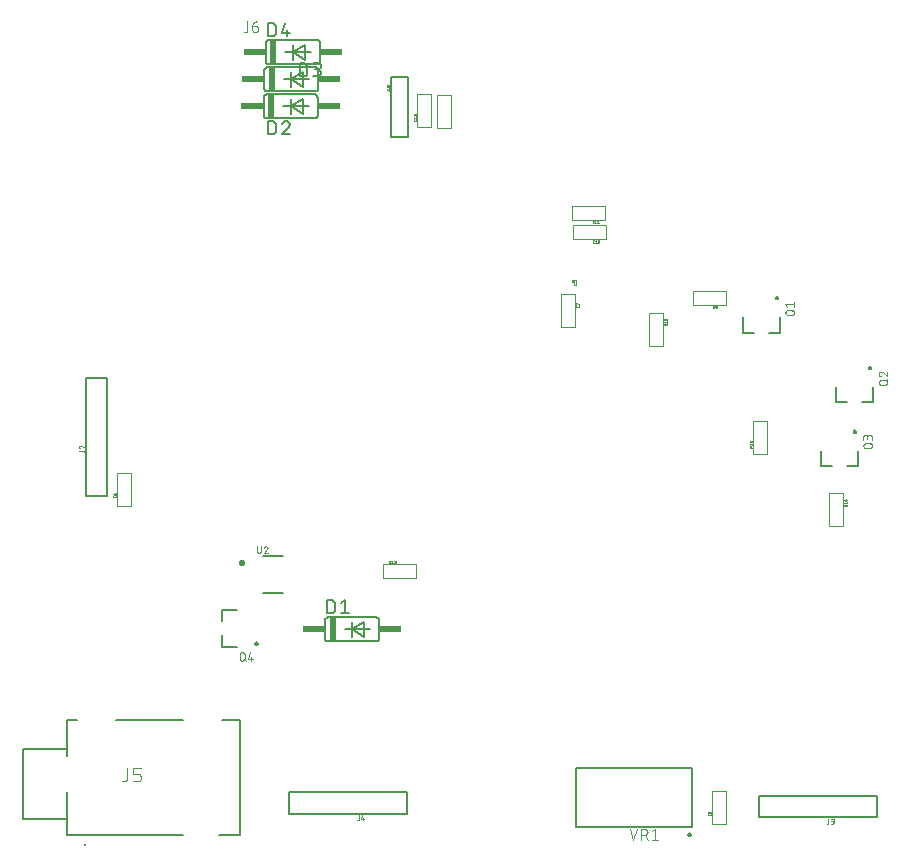
<source format=gbr>
G04 EAGLE Gerber RS-274X export*
G75*
%MOMM*%
%FSLAX34Y34*%
%LPD*%
%INSilkscreen Top*%
%IPPOS*%
%AMOC8*
5,1,8,0,0,1.08239X$1,22.5*%
G01*
%ADD10C,0.100000*%
%ADD11C,0.025400*%
%ADD12C,0.152400*%
%ADD13R,0.508000X2.032000*%
%ADD14R,1.905000X0.508000*%
%ADD15C,0.127000*%
%ADD16C,0.000000*%
%ADD17C,0.050800*%
%ADD18C,0.100000*%
%ADD19C,0.200000*%
%ADD20C,0.101600*%
%ADD21C,0.076200*%
%ADD22C,0.300000*%


D10*
X541000Y607000D02*
X569000Y607000D01*
X569000Y595000D01*
X541000Y595000D01*
X541000Y607000D01*
D11*
X558626Y592127D02*
X559125Y592127D01*
X558626Y592127D02*
X558583Y592129D01*
X558539Y592135D01*
X558497Y592144D01*
X558455Y592157D01*
X558415Y592174D01*
X558377Y592194D01*
X558340Y592217D01*
X558305Y592244D01*
X558273Y592273D01*
X558244Y592305D01*
X558217Y592340D01*
X558194Y592377D01*
X558174Y592415D01*
X558157Y592455D01*
X558144Y592497D01*
X558135Y592539D01*
X558129Y592583D01*
X558127Y592626D01*
X558127Y593874D01*
X558129Y593917D01*
X558135Y593961D01*
X558144Y594003D01*
X558157Y594045D01*
X558174Y594085D01*
X558194Y594123D01*
X558217Y594160D01*
X558244Y594195D01*
X558273Y594227D01*
X558305Y594256D01*
X558340Y594283D01*
X558376Y594306D01*
X558415Y594326D01*
X558455Y594343D01*
X558497Y594356D01*
X558539Y594365D01*
X558582Y594371D01*
X558626Y594373D01*
X559125Y594373D01*
X560009Y593874D02*
X560633Y594373D01*
X560633Y592127D01*
X560009Y592127D02*
X561257Y592127D01*
X562259Y593250D02*
X562261Y593334D01*
X562267Y593418D01*
X562276Y593501D01*
X562289Y593584D01*
X562306Y593666D01*
X562327Y593748D01*
X562352Y593828D01*
X562380Y593907D01*
X562411Y593985D01*
X562446Y594061D01*
X562461Y594099D01*
X562479Y594136D01*
X562501Y594170D01*
X562525Y594203D01*
X562552Y594234D01*
X562582Y594262D01*
X562614Y594287D01*
X562649Y594309D01*
X562685Y594328D01*
X562723Y594344D01*
X562762Y594357D01*
X562802Y594366D01*
X562842Y594371D01*
X562883Y594373D01*
X562924Y594371D01*
X562964Y594366D01*
X563004Y594357D01*
X563043Y594344D01*
X563081Y594328D01*
X563117Y594309D01*
X563152Y594287D01*
X563184Y594262D01*
X563214Y594234D01*
X563241Y594203D01*
X563265Y594170D01*
X563287Y594136D01*
X563305Y594099D01*
X563320Y594061D01*
X563355Y593985D01*
X563386Y593907D01*
X563414Y593828D01*
X563439Y593748D01*
X563460Y593666D01*
X563477Y593584D01*
X563490Y593501D01*
X563499Y593418D01*
X563505Y593334D01*
X563507Y593250D01*
X562259Y593250D02*
X562261Y593166D01*
X562267Y593082D01*
X562276Y592999D01*
X562289Y592916D01*
X562306Y592834D01*
X562327Y592752D01*
X562352Y592672D01*
X562380Y592593D01*
X562411Y592515D01*
X562446Y592439D01*
X562461Y592401D01*
X562479Y592364D01*
X562501Y592330D01*
X562525Y592297D01*
X562552Y592266D01*
X562582Y592238D01*
X562614Y592213D01*
X562649Y592191D01*
X562685Y592172D01*
X562723Y592156D01*
X562762Y592143D01*
X562802Y592134D01*
X562842Y592129D01*
X562883Y592127D01*
X563320Y592439D02*
X563355Y592515D01*
X563386Y592593D01*
X563414Y592672D01*
X563439Y592752D01*
X563460Y592834D01*
X563477Y592916D01*
X563490Y592999D01*
X563499Y593082D01*
X563505Y593166D01*
X563507Y593250D01*
X563320Y592439D02*
X563305Y592401D01*
X563287Y592364D01*
X563265Y592330D01*
X563241Y592297D01*
X563214Y592266D01*
X563184Y592238D01*
X563152Y592213D01*
X563117Y592191D01*
X563081Y592172D01*
X563043Y592156D01*
X563004Y592143D01*
X562964Y592134D01*
X562924Y592129D01*
X562883Y592127D01*
X562384Y592626D02*
X563382Y593874D01*
D10*
X568500Y623500D02*
X540500Y623500D01*
X568500Y623500D02*
X568500Y611500D01*
X540500Y611500D01*
X540500Y623500D01*
D11*
X558126Y608627D02*
X558625Y608627D01*
X558126Y608627D02*
X558083Y608629D01*
X558039Y608635D01*
X557997Y608644D01*
X557955Y608657D01*
X557915Y608674D01*
X557877Y608694D01*
X557840Y608717D01*
X557805Y608744D01*
X557773Y608773D01*
X557744Y608805D01*
X557717Y608840D01*
X557694Y608877D01*
X557674Y608915D01*
X557657Y608955D01*
X557644Y608997D01*
X557635Y609039D01*
X557629Y609083D01*
X557627Y609126D01*
X557627Y610374D01*
X557629Y610417D01*
X557635Y610461D01*
X557644Y610503D01*
X557657Y610545D01*
X557674Y610585D01*
X557694Y610623D01*
X557717Y610660D01*
X557744Y610695D01*
X557773Y610727D01*
X557805Y610756D01*
X557840Y610783D01*
X557876Y610806D01*
X557915Y610826D01*
X557955Y610843D01*
X557997Y610856D01*
X558039Y610865D01*
X558082Y610871D01*
X558126Y610873D01*
X558625Y610873D01*
X559509Y610374D02*
X560133Y610873D01*
X560133Y608627D01*
X559509Y608627D02*
X560757Y608627D01*
X561759Y610374D02*
X562383Y610873D01*
X562383Y608627D01*
X561759Y608627D02*
X563007Y608627D01*
D10*
X421000Y690000D02*
X421000Y718000D01*
X421000Y690000D02*
X409000Y690000D01*
X409000Y718000D01*
X421000Y718000D01*
D11*
X408373Y696491D02*
X408373Y695992D01*
X408371Y695949D01*
X408365Y695905D01*
X408356Y695863D01*
X408343Y695821D01*
X408326Y695781D01*
X408306Y695743D01*
X408283Y695706D01*
X408256Y695671D01*
X408227Y695639D01*
X408195Y695610D01*
X408160Y695583D01*
X408124Y695560D01*
X408085Y695540D01*
X408045Y695523D01*
X408003Y695510D01*
X407961Y695501D01*
X407918Y695495D01*
X407874Y695493D01*
X406626Y695493D01*
X406583Y695495D01*
X406539Y695501D01*
X406497Y695510D01*
X406455Y695523D01*
X406415Y695540D01*
X406377Y695560D01*
X406340Y695583D01*
X406305Y695610D01*
X406273Y695639D01*
X406244Y695671D01*
X406217Y695706D01*
X406194Y695742D01*
X406174Y695781D01*
X406157Y695821D01*
X406144Y695863D01*
X406135Y695905D01*
X406129Y695948D01*
X406127Y695992D01*
X406127Y696491D01*
X406626Y697375D02*
X406127Y697999D01*
X408373Y697999D01*
X408373Y697375D02*
X408373Y698623D01*
X406127Y700312D02*
X406129Y700358D01*
X406135Y700405D01*
X406144Y700450D01*
X406157Y700494D01*
X406174Y700538D01*
X406195Y700579D01*
X406219Y700619D01*
X406246Y700657D01*
X406276Y700693D01*
X406308Y700725D01*
X406344Y700755D01*
X406382Y700782D01*
X406422Y700806D01*
X406463Y700827D01*
X406507Y700844D01*
X406551Y700857D01*
X406596Y700866D01*
X406643Y700872D01*
X406689Y700874D01*
X406127Y700312D02*
X406129Y700262D01*
X406134Y700212D01*
X406143Y700162D01*
X406155Y700113D01*
X406171Y700065D01*
X406189Y700019D01*
X406212Y699973D01*
X406237Y699930D01*
X406265Y699888D01*
X406296Y699848D01*
X406330Y699811D01*
X406366Y699776D01*
X406405Y699744D01*
X406445Y699714D01*
X406488Y699687D01*
X406533Y699664D01*
X406579Y699643D01*
X406626Y699626D01*
X407126Y700686D02*
X407094Y700717D01*
X407060Y700745D01*
X407024Y700771D01*
X406986Y700795D01*
X406947Y700815D01*
X406906Y700833D01*
X406864Y700847D01*
X406821Y700858D01*
X406777Y700866D01*
X406733Y700871D01*
X406689Y700873D01*
X407125Y700686D02*
X408373Y699625D01*
X408373Y700873D01*
D10*
X166900Y397000D02*
X166900Y369000D01*
X154900Y369000D01*
X154900Y397000D01*
X166900Y397000D01*
D11*
X154273Y377741D02*
X154273Y377242D01*
X154271Y377199D01*
X154265Y377155D01*
X154256Y377113D01*
X154243Y377071D01*
X154226Y377031D01*
X154206Y376993D01*
X154183Y376956D01*
X154156Y376921D01*
X154127Y376889D01*
X154095Y376860D01*
X154060Y376833D01*
X154024Y376810D01*
X153985Y376790D01*
X153945Y376773D01*
X153903Y376760D01*
X153861Y376751D01*
X153818Y376745D01*
X153774Y376743D01*
X152526Y376743D01*
X152483Y376745D01*
X152439Y376751D01*
X152397Y376760D01*
X152355Y376773D01*
X152315Y376790D01*
X152277Y376810D01*
X152240Y376833D01*
X152205Y376860D01*
X152173Y376889D01*
X152144Y376921D01*
X152117Y376956D01*
X152094Y376992D01*
X152074Y377031D01*
X152057Y377071D01*
X152044Y377113D01*
X152035Y377155D01*
X152029Y377198D01*
X152027Y377242D01*
X152027Y377741D01*
X153025Y378625D02*
X153025Y379374D01*
X153027Y379417D01*
X153033Y379461D01*
X153042Y379503D01*
X153055Y379545D01*
X153072Y379585D01*
X153092Y379624D01*
X153115Y379660D01*
X153142Y379695D01*
X153171Y379727D01*
X153203Y379756D01*
X153238Y379783D01*
X153275Y379806D01*
X153313Y379826D01*
X153353Y379843D01*
X153395Y379856D01*
X153437Y379865D01*
X153481Y379871D01*
X153524Y379873D01*
X153649Y379873D01*
X153698Y379871D01*
X153747Y379865D01*
X153795Y379856D01*
X153842Y379842D01*
X153888Y379826D01*
X153932Y379805D01*
X153975Y379781D01*
X154016Y379754D01*
X154054Y379723D01*
X154090Y379690D01*
X154123Y379654D01*
X154154Y379616D01*
X154181Y379575D01*
X154205Y379532D01*
X154226Y379488D01*
X154242Y379442D01*
X154256Y379395D01*
X154265Y379347D01*
X154271Y379298D01*
X154273Y379249D01*
X154271Y379200D01*
X154265Y379151D01*
X154256Y379103D01*
X154242Y379056D01*
X154226Y379010D01*
X154205Y378966D01*
X154181Y378923D01*
X154154Y378882D01*
X154123Y378844D01*
X154090Y378808D01*
X154054Y378775D01*
X154016Y378744D01*
X153975Y378717D01*
X153932Y378693D01*
X153888Y378672D01*
X153842Y378656D01*
X153795Y378642D01*
X153747Y378633D01*
X153698Y378627D01*
X153649Y378625D01*
X153025Y378625D01*
X153025Y378626D02*
X152962Y378628D01*
X152900Y378634D01*
X152838Y378644D01*
X152777Y378657D01*
X152717Y378675D01*
X152658Y378696D01*
X152600Y378721D01*
X152544Y378749D01*
X152490Y378781D01*
X152438Y378817D01*
X152389Y378855D01*
X152342Y378896D01*
X152298Y378941D01*
X152256Y378988D01*
X152218Y379037D01*
X152182Y379089D01*
X152150Y379143D01*
X152122Y379199D01*
X152097Y379257D01*
X152076Y379316D01*
X152058Y379376D01*
X152045Y379437D01*
X152035Y379499D01*
X152029Y379561D01*
X152027Y379624D01*
D10*
X531100Y520900D02*
X531100Y548900D01*
X543100Y548900D01*
X543100Y520900D01*
X531100Y520900D01*
D11*
X545973Y538526D02*
X545973Y539025D01*
X545973Y538526D02*
X545971Y538483D01*
X545965Y538439D01*
X545956Y538397D01*
X545943Y538355D01*
X545926Y538315D01*
X545906Y538277D01*
X545883Y538240D01*
X545856Y538205D01*
X545827Y538173D01*
X545795Y538144D01*
X545760Y538117D01*
X545724Y538094D01*
X545685Y538074D01*
X545645Y538057D01*
X545603Y538044D01*
X545561Y538035D01*
X545518Y538029D01*
X545474Y538027D01*
X544226Y538027D01*
X544183Y538029D01*
X544139Y538035D01*
X544097Y538044D01*
X544055Y538057D01*
X544015Y538074D01*
X543977Y538094D01*
X543940Y538117D01*
X543905Y538144D01*
X543873Y538173D01*
X543844Y538205D01*
X543817Y538240D01*
X543794Y538276D01*
X543774Y538315D01*
X543757Y538355D01*
X543744Y538397D01*
X543735Y538439D01*
X543729Y538482D01*
X543727Y538526D01*
X543727Y539025D01*
X543727Y539909D02*
X543977Y539909D01*
X543727Y539909D02*
X543727Y541157D01*
X545973Y540533D01*
D10*
X670400Y127700D02*
X670400Y99700D01*
X658400Y99700D01*
X658400Y127700D01*
X670400Y127700D01*
D11*
X657773Y108441D02*
X657773Y107942D01*
X657771Y107899D01*
X657765Y107855D01*
X657756Y107813D01*
X657743Y107771D01*
X657726Y107731D01*
X657706Y107693D01*
X657683Y107656D01*
X657656Y107621D01*
X657627Y107589D01*
X657595Y107560D01*
X657560Y107533D01*
X657524Y107510D01*
X657485Y107490D01*
X657445Y107473D01*
X657403Y107460D01*
X657361Y107451D01*
X657318Y107445D01*
X657274Y107443D01*
X656026Y107443D01*
X655983Y107445D01*
X655939Y107451D01*
X655897Y107460D01*
X655855Y107473D01*
X655815Y107490D01*
X655777Y107510D01*
X655740Y107533D01*
X655705Y107560D01*
X655673Y107589D01*
X655644Y107621D01*
X655617Y107656D01*
X655594Y107692D01*
X655574Y107731D01*
X655557Y107771D01*
X655544Y107813D01*
X655535Y107855D01*
X655529Y107898D01*
X655527Y107942D01*
X655527Y108441D01*
X657149Y109325D02*
X657100Y109327D01*
X657051Y109333D01*
X657003Y109342D01*
X656956Y109356D01*
X656910Y109372D01*
X656866Y109393D01*
X656823Y109417D01*
X656782Y109444D01*
X656744Y109475D01*
X656708Y109508D01*
X656675Y109544D01*
X656644Y109582D01*
X656617Y109623D01*
X656593Y109666D01*
X656572Y109710D01*
X656556Y109756D01*
X656542Y109803D01*
X656533Y109851D01*
X656527Y109900D01*
X656525Y109949D01*
X656527Y109998D01*
X656533Y110047D01*
X656542Y110095D01*
X656556Y110142D01*
X656572Y110188D01*
X656593Y110232D01*
X656617Y110275D01*
X656644Y110316D01*
X656675Y110354D01*
X656708Y110390D01*
X656744Y110423D01*
X656782Y110454D01*
X656823Y110481D01*
X656866Y110505D01*
X656910Y110526D01*
X656956Y110542D01*
X657003Y110556D01*
X657051Y110565D01*
X657100Y110571D01*
X657149Y110573D01*
X657198Y110571D01*
X657247Y110565D01*
X657295Y110556D01*
X657342Y110542D01*
X657388Y110526D01*
X657432Y110505D01*
X657475Y110481D01*
X657516Y110454D01*
X657554Y110423D01*
X657590Y110390D01*
X657623Y110354D01*
X657654Y110316D01*
X657681Y110275D01*
X657705Y110232D01*
X657726Y110188D01*
X657742Y110142D01*
X657756Y110095D01*
X657765Y110047D01*
X657771Y109998D01*
X657773Y109949D01*
X657771Y109900D01*
X657765Y109851D01*
X657756Y109803D01*
X657742Y109756D01*
X657726Y109710D01*
X657705Y109666D01*
X657681Y109623D01*
X657654Y109582D01*
X657623Y109544D01*
X657590Y109508D01*
X657554Y109475D01*
X657516Y109444D01*
X657475Y109417D01*
X657432Y109393D01*
X657388Y109372D01*
X657342Y109356D01*
X657295Y109342D01*
X657247Y109333D01*
X657198Y109327D01*
X657149Y109325D01*
X656026Y109450D02*
X655983Y109452D01*
X655939Y109458D01*
X655897Y109467D01*
X655855Y109480D01*
X655815Y109497D01*
X655777Y109517D01*
X655740Y109540D01*
X655705Y109567D01*
X655673Y109596D01*
X655644Y109628D01*
X655617Y109663D01*
X655594Y109700D01*
X655574Y109738D01*
X655557Y109778D01*
X655544Y109820D01*
X655535Y109862D01*
X655529Y109906D01*
X655527Y109949D01*
X655529Y109992D01*
X655535Y110036D01*
X655544Y110078D01*
X655557Y110120D01*
X655574Y110160D01*
X655594Y110199D01*
X655617Y110235D01*
X655644Y110270D01*
X655673Y110302D01*
X655705Y110331D01*
X655740Y110358D01*
X655777Y110381D01*
X655815Y110401D01*
X655855Y110418D01*
X655897Y110431D01*
X655939Y110440D01*
X655983Y110446D01*
X656026Y110448D01*
X656069Y110446D01*
X656113Y110440D01*
X656155Y110431D01*
X656197Y110418D01*
X656237Y110401D01*
X656276Y110381D01*
X656312Y110358D01*
X656347Y110331D01*
X656379Y110302D01*
X656408Y110270D01*
X656435Y110235D01*
X656458Y110199D01*
X656478Y110160D01*
X656495Y110120D01*
X656508Y110078D01*
X656517Y110036D01*
X656523Y109992D01*
X656525Y109949D01*
X656523Y109906D01*
X656517Y109862D01*
X656508Y109820D01*
X656495Y109778D01*
X656478Y109738D01*
X656458Y109700D01*
X656435Y109663D01*
X656408Y109628D01*
X656379Y109596D01*
X656347Y109567D01*
X656312Y109540D01*
X656276Y109517D01*
X656237Y109497D01*
X656197Y109480D01*
X656155Y109467D01*
X656113Y109458D01*
X656069Y109452D01*
X656026Y109450D01*
D12*
X354000Y265000D02*
X347650Y265000D01*
X364160Y271350D02*
X364160Y258650D01*
X354000Y265000D01*
X369240Y265000D01*
X364160Y271350D02*
X354000Y265000D01*
X354000Y271350D01*
X354000Y265000D02*
X354000Y258650D01*
X374320Y275160D02*
X374420Y275158D01*
X374519Y275152D01*
X374619Y275142D01*
X374717Y275129D01*
X374816Y275111D01*
X374913Y275090D01*
X375009Y275065D01*
X375105Y275036D01*
X375199Y275003D01*
X375292Y274967D01*
X375383Y274927D01*
X375473Y274883D01*
X375561Y274836D01*
X375647Y274786D01*
X375731Y274732D01*
X375813Y274675D01*
X375892Y274615D01*
X375970Y274551D01*
X376044Y274485D01*
X376116Y274416D01*
X376185Y274344D01*
X376251Y274270D01*
X376315Y274192D01*
X376375Y274113D01*
X376432Y274031D01*
X376486Y273947D01*
X376536Y273861D01*
X376583Y273773D01*
X376627Y273683D01*
X376667Y273592D01*
X376703Y273499D01*
X376736Y273405D01*
X376765Y273309D01*
X376790Y273213D01*
X376811Y273116D01*
X376829Y273017D01*
X376842Y272919D01*
X376852Y272819D01*
X376858Y272720D01*
X376860Y272620D01*
X333680Y275160D02*
X333580Y275158D01*
X333481Y275152D01*
X333381Y275142D01*
X333283Y275129D01*
X333184Y275111D01*
X333087Y275090D01*
X332991Y275065D01*
X332895Y275036D01*
X332801Y275003D01*
X332708Y274967D01*
X332617Y274927D01*
X332527Y274883D01*
X332439Y274836D01*
X332353Y274786D01*
X332269Y274732D01*
X332187Y274675D01*
X332108Y274615D01*
X332030Y274551D01*
X331956Y274485D01*
X331884Y274416D01*
X331815Y274344D01*
X331749Y274270D01*
X331685Y274192D01*
X331625Y274113D01*
X331568Y274031D01*
X331514Y273947D01*
X331464Y273861D01*
X331417Y273773D01*
X331373Y273683D01*
X331333Y273592D01*
X331297Y273499D01*
X331264Y273405D01*
X331235Y273309D01*
X331210Y273213D01*
X331189Y273116D01*
X331171Y273017D01*
X331158Y272919D01*
X331148Y272819D01*
X331142Y272720D01*
X331140Y272620D01*
X331140Y257380D02*
X331142Y257280D01*
X331148Y257181D01*
X331158Y257081D01*
X331171Y256983D01*
X331189Y256884D01*
X331210Y256787D01*
X331235Y256691D01*
X331264Y256595D01*
X331297Y256501D01*
X331333Y256408D01*
X331373Y256317D01*
X331417Y256227D01*
X331464Y256139D01*
X331514Y256053D01*
X331568Y255969D01*
X331625Y255887D01*
X331685Y255808D01*
X331749Y255730D01*
X331815Y255656D01*
X331884Y255584D01*
X331956Y255515D01*
X332030Y255449D01*
X332108Y255385D01*
X332187Y255325D01*
X332269Y255268D01*
X332353Y255214D01*
X332439Y255164D01*
X332527Y255117D01*
X332617Y255073D01*
X332708Y255033D01*
X332801Y254997D01*
X332895Y254964D01*
X332991Y254935D01*
X333087Y254910D01*
X333184Y254889D01*
X333283Y254871D01*
X333381Y254858D01*
X333481Y254848D01*
X333580Y254842D01*
X333680Y254840D01*
X374320Y254840D02*
X374420Y254842D01*
X374519Y254848D01*
X374619Y254858D01*
X374717Y254871D01*
X374816Y254889D01*
X374913Y254910D01*
X375009Y254935D01*
X375105Y254964D01*
X375199Y254997D01*
X375292Y255033D01*
X375383Y255073D01*
X375473Y255117D01*
X375561Y255164D01*
X375647Y255214D01*
X375731Y255268D01*
X375813Y255325D01*
X375892Y255385D01*
X375970Y255449D01*
X376044Y255515D01*
X376116Y255584D01*
X376185Y255656D01*
X376251Y255730D01*
X376315Y255808D01*
X376375Y255887D01*
X376432Y255969D01*
X376486Y256053D01*
X376536Y256139D01*
X376583Y256227D01*
X376627Y256317D01*
X376667Y256408D01*
X376703Y256501D01*
X376736Y256595D01*
X376765Y256691D01*
X376790Y256787D01*
X376811Y256884D01*
X376829Y256983D01*
X376842Y257081D01*
X376852Y257181D01*
X376858Y257280D01*
X376860Y257380D01*
X376860Y272620D01*
X331140Y272620D02*
X331140Y257380D01*
X333680Y275160D02*
X374320Y275160D01*
X374320Y254840D02*
X333680Y254840D01*
D13*
X337490Y265000D03*
D14*
X386385Y265000D03*
X321615Y265000D03*
D15*
X333045Y278335D02*
X333045Y289765D01*
X336220Y289765D01*
X336331Y289763D01*
X336441Y289757D01*
X336552Y289748D01*
X336662Y289734D01*
X336771Y289717D01*
X336880Y289696D01*
X336988Y289671D01*
X337095Y289642D01*
X337201Y289610D01*
X337306Y289574D01*
X337409Y289534D01*
X337511Y289491D01*
X337612Y289444D01*
X337711Y289393D01*
X337808Y289340D01*
X337902Y289283D01*
X337995Y289222D01*
X338086Y289159D01*
X338175Y289092D01*
X338261Y289022D01*
X338344Y288949D01*
X338426Y288874D01*
X338504Y288796D01*
X338579Y288714D01*
X338652Y288631D01*
X338722Y288545D01*
X338789Y288456D01*
X338852Y288365D01*
X338913Y288272D01*
X338970Y288178D01*
X339023Y288081D01*
X339074Y287982D01*
X339121Y287881D01*
X339164Y287779D01*
X339204Y287676D01*
X339240Y287571D01*
X339272Y287465D01*
X339301Y287358D01*
X339326Y287250D01*
X339347Y287141D01*
X339364Y287032D01*
X339378Y286922D01*
X339387Y286811D01*
X339393Y286701D01*
X339395Y286590D01*
X339395Y281510D01*
X339393Y281399D01*
X339387Y281289D01*
X339378Y281178D01*
X339364Y281068D01*
X339347Y280959D01*
X339326Y280850D01*
X339301Y280742D01*
X339272Y280635D01*
X339240Y280529D01*
X339204Y280424D01*
X339164Y280321D01*
X339121Y280219D01*
X339074Y280118D01*
X339023Y280019D01*
X338970Y279922D01*
X338913Y279828D01*
X338852Y279735D01*
X338789Y279644D01*
X338722Y279555D01*
X338652Y279469D01*
X338579Y279386D01*
X338504Y279304D01*
X338426Y279226D01*
X338344Y279151D01*
X338261Y279078D01*
X338175Y279008D01*
X338086Y278941D01*
X337995Y278878D01*
X337902Y278817D01*
X337808Y278760D01*
X337711Y278707D01*
X337612Y278656D01*
X337511Y278609D01*
X337409Y278566D01*
X337306Y278526D01*
X337201Y278490D01*
X337095Y278458D01*
X336988Y278429D01*
X336880Y278404D01*
X336771Y278383D01*
X336662Y278366D01*
X336552Y278352D01*
X336441Y278343D01*
X336331Y278337D01*
X336220Y278335D01*
X333045Y278335D01*
X344856Y287225D02*
X348031Y289765D01*
X348031Y278335D01*
X344856Y278335D02*
X351206Y278335D01*
D12*
X302000Y707600D02*
X295650Y707600D01*
X312160Y713950D02*
X312160Y701250D01*
X302000Y707600D01*
X317240Y707600D01*
X312160Y713950D02*
X302000Y707600D01*
X302000Y713950D01*
X302000Y707600D02*
X302000Y701250D01*
X322320Y717760D02*
X322420Y717758D01*
X322519Y717752D01*
X322619Y717742D01*
X322717Y717729D01*
X322816Y717711D01*
X322913Y717690D01*
X323009Y717665D01*
X323105Y717636D01*
X323199Y717603D01*
X323292Y717567D01*
X323383Y717527D01*
X323473Y717483D01*
X323561Y717436D01*
X323647Y717386D01*
X323731Y717332D01*
X323813Y717275D01*
X323892Y717215D01*
X323970Y717151D01*
X324044Y717085D01*
X324116Y717016D01*
X324185Y716944D01*
X324251Y716870D01*
X324315Y716792D01*
X324375Y716713D01*
X324432Y716631D01*
X324486Y716547D01*
X324536Y716461D01*
X324583Y716373D01*
X324627Y716283D01*
X324667Y716192D01*
X324703Y716099D01*
X324736Y716005D01*
X324765Y715909D01*
X324790Y715813D01*
X324811Y715716D01*
X324829Y715617D01*
X324842Y715519D01*
X324852Y715419D01*
X324858Y715320D01*
X324860Y715220D01*
X281680Y717760D02*
X281580Y717758D01*
X281481Y717752D01*
X281381Y717742D01*
X281283Y717729D01*
X281184Y717711D01*
X281087Y717690D01*
X280991Y717665D01*
X280895Y717636D01*
X280801Y717603D01*
X280708Y717567D01*
X280617Y717527D01*
X280527Y717483D01*
X280439Y717436D01*
X280353Y717386D01*
X280269Y717332D01*
X280187Y717275D01*
X280108Y717215D01*
X280030Y717151D01*
X279956Y717085D01*
X279884Y717016D01*
X279815Y716944D01*
X279749Y716870D01*
X279685Y716792D01*
X279625Y716713D01*
X279568Y716631D01*
X279514Y716547D01*
X279464Y716461D01*
X279417Y716373D01*
X279373Y716283D01*
X279333Y716192D01*
X279297Y716099D01*
X279264Y716005D01*
X279235Y715909D01*
X279210Y715813D01*
X279189Y715716D01*
X279171Y715617D01*
X279158Y715519D01*
X279148Y715419D01*
X279142Y715320D01*
X279140Y715220D01*
X279140Y699980D02*
X279142Y699880D01*
X279148Y699781D01*
X279158Y699681D01*
X279171Y699583D01*
X279189Y699484D01*
X279210Y699387D01*
X279235Y699291D01*
X279264Y699195D01*
X279297Y699101D01*
X279333Y699008D01*
X279373Y698917D01*
X279417Y698827D01*
X279464Y698739D01*
X279514Y698653D01*
X279568Y698569D01*
X279625Y698487D01*
X279685Y698408D01*
X279749Y698330D01*
X279815Y698256D01*
X279884Y698184D01*
X279956Y698115D01*
X280030Y698049D01*
X280108Y697985D01*
X280187Y697925D01*
X280269Y697868D01*
X280353Y697814D01*
X280439Y697764D01*
X280527Y697717D01*
X280617Y697673D01*
X280708Y697633D01*
X280801Y697597D01*
X280895Y697564D01*
X280991Y697535D01*
X281087Y697510D01*
X281184Y697489D01*
X281283Y697471D01*
X281381Y697458D01*
X281481Y697448D01*
X281580Y697442D01*
X281680Y697440D01*
X322320Y697440D02*
X322420Y697442D01*
X322519Y697448D01*
X322619Y697458D01*
X322717Y697471D01*
X322816Y697489D01*
X322913Y697510D01*
X323009Y697535D01*
X323105Y697564D01*
X323199Y697597D01*
X323292Y697633D01*
X323383Y697673D01*
X323473Y697717D01*
X323561Y697764D01*
X323647Y697814D01*
X323731Y697868D01*
X323813Y697925D01*
X323892Y697985D01*
X323970Y698049D01*
X324044Y698115D01*
X324116Y698184D01*
X324185Y698256D01*
X324251Y698330D01*
X324315Y698408D01*
X324375Y698487D01*
X324432Y698569D01*
X324486Y698653D01*
X324536Y698739D01*
X324583Y698827D01*
X324627Y698917D01*
X324667Y699008D01*
X324703Y699101D01*
X324736Y699195D01*
X324765Y699291D01*
X324790Y699387D01*
X324811Y699484D01*
X324829Y699583D01*
X324842Y699681D01*
X324852Y699781D01*
X324858Y699880D01*
X324860Y699980D01*
X324860Y715220D01*
X279140Y715220D02*
X279140Y699980D01*
X281680Y717760D02*
X322320Y717760D01*
X322320Y697440D02*
X281680Y697440D01*
D13*
X285490Y707600D03*
D14*
X334385Y707600D03*
X269615Y707600D03*
D15*
X283045Y695365D02*
X283045Y683935D01*
X283045Y695365D02*
X286220Y695365D01*
X286331Y695363D01*
X286441Y695357D01*
X286552Y695348D01*
X286662Y695334D01*
X286771Y695317D01*
X286880Y695296D01*
X286988Y695271D01*
X287095Y695242D01*
X287201Y695210D01*
X287306Y695174D01*
X287409Y695134D01*
X287511Y695091D01*
X287612Y695044D01*
X287711Y694993D01*
X287808Y694940D01*
X287902Y694883D01*
X287995Y694822D01*
X288086Y694759D01*
X288175Y694692D01*
X288261Y694622D01*
X288344Y694549D01*
X288426Y694474D01*
X288504Y694396D01*
X288579Y694314D01*
X288652Y694231D01*
X288722Y694145D01*
X288789Y694056D01*
X288852Y693965D01*
X288913Y693872D01*
X288970Y693778D01*
X289023Y693681D01*
X289074Y693582D01*
X289121Y693481D01*
X289164Y693379D01*
X289204Y693276D01*
X289240Y693171D01*
X289272Y693065D01*
X289301Y692958D01*
X289326Y692850D01*
X289347Y692741D01*
X289364Y692632D01*
X289378Y692522D01*
X289387Y692411D01*
X289393Y692301D01*
X289395Y692190D01*
X289395Y687110D01*
X289393Y686999D01*
X289387Y686889D01*
X289378Y686778D01*
X289364Y686668D01*
X289347Y686559D01*
X289326Y686450D01*
X289301Y686342D01*
X289272Y686235D01*
X289240Y686129D01*
X289204Y686024D01*
X289164Y685921D01*
X289121Y685819D01*
X289074Y685718D01*
X289023Y685619D01*
X288970Y685523D01*
X288913Y685428D01*
X288852Y685335D01*
X288789Y685244D01*
X288722Y685155D01*
X288652Y685069D01*
X288579Y684986D01*
X288504Y684904D01*
X288426Y684826D01*
X288344Y684751D01*
X288261Y684678D01*
X288175Y684608D01*
X288086Y684541D01*
X287995Y684478D01*
X287902Y684417D01*
X287808Y684360D01*
X287711Y684307D01*
X287612Y684256D01*
X287511Y684209D01*
X287409Y684166D01*
X287306Y684126D01*
X287201Y684090D01*
X287095Y684058D01*
X286988Y684029D01*
X286880Y684004D01*
X286771Y683983D01*
X286662Y683966D01*
X286552Y683952D01*
X286441Y683943D01*
X286331Y683937D01*
X286220Y683935D01*
X283045Y683935D01*
X298349Y695366D02*
X298453Y695364D01*
X298558Y695358D01*
X298662Y695349D01*
X298765Y695336D01*
X298868Y695318D01*
X298970Y695298D01*
X299072Y695273D01*
X299172Y695245D01*
X299272Y695213D01*
X299370Y695177D01*
X299467Y695138D01*
X299562Y695096D01*
X299656Y695050D01*
X299748Y695000D01*
X299838Y694948D01*
X299926Y694892D01*
X300012Y694832D01*
X300096Y694770D01*
X300177Y694705D01*
X300256Y694637D01*
X300333Y694565D01*
X300406Y694492D01*
X300478Y694415D01*
X300546Y694336D01*
X300611Y694255D01*
X300673Y694171D01*
X300733Y694085D01*
X300789Y693997D01*
X300841Y693907D01*
X300891Y693815D01*
X300937Y693721D01*
X300979Y693626D01*
X301018Y693529D01*
X301054Y693431D01*
X301086Y693331D01*
X301114Y693231D01*
X301139Y693129D01*
X301159Y693027D01*
X301177Y692924D01*
X301190Y692821D01*
X301199Y692717D01*
X301205Y692612D01*
X301207Y692508D01*
X298349Y695365D02*
X298231Y695363D01*
X298112Y695357D01*
X297994Y695348D01*
X297877Y695335D01*
X297760Y695317D01*
X297643Y695297D01*
X297527Y695272D01*
X297412Y695244D01*
X297299Y695211D01*
X297186Y695176D01*
X297074Y695136D01*
X296964Y695094D01*
X296855Y695047D01*
X296747Y694997D01*
X296642Y694944D01*
X296538Y694887D01*
X296436Y694827D01*
X296336Y694764D01*
X296238Y694697D01*
X296142Y694628D01*
X296049Y694555D01*
X295958Y694479D01*
X295869Y694401D01*
X295783Y694319D01*
X295700Y694235D01*
X295619Y694149D01*
X295542Y694059D01*
X295467Y693968D01*
X295395Y693874D01*
X295326Y693777D01*
X295261Y693679D01*
X295198Y693578D01*
X295139Y693475D01*
X295083Y693371D01*
X295031Y693265D01*
X294982Y693157D01*
X294937Y693048D01*
X294895Y692937D01*
X294857Y692825D01*
X300254Y690286D02*
X300330Y690361D01*
X300405Y690440D01*
X300476Y690521D01*
X300545Y690605D01*
X300610Y690691D01*
X300672Y690779D01*
X300732Y690869D01*
X300788Y690961D01*
X300841Y691056D01*
X300890Y691152D01*
X300936Y691250D01*
X300979Y691349D01*
X301018Y691450D01*
X301053Y691552D01*
X301085Y691655D01*
X301113Y691759D01*
X301138Y691864D01*
X301159Y691971D01*
X301176Y692077D01*
X301189Y692184D01*
X301198Y692292D01*
X301204Y692400D01*
X301206Y692508D01*
X300254Y690285D02*
X294856Y683935D01*
X301206Y683935D01*
D12*
X302500Y730600D02*
X296150Y730600D01*
X312660Y736950D02*
X312660Y724250D01*
X302500Y730600D01*
X317740Y730600D01*
X312660Y736950D02*
X302500Y730600D01*
X302500Y736950D01*
X302500Y730600D02*
X302500Y724250D01*
X322820Y740760D02*
X322920Y740758D01*
X323019Y740752D01*
X323119Y740742D01*
X323217Y740729D01*
X323316Y740711D01*
X323413Y740690D01*
X323509Y740665D01*
X323605Y740636D01*
X323699Y740603D01*
X323792Y740567D01*
X323883Y740527D01*
X323973Y740483D01*
X324061Y740436D01*
X324147Y740386D01*
X324231Y740332D01*
X324313Y740275D01*
X324392Y740215D01*
X324470Y740151D01*
X324544Y740085D01*
X324616Y740016D01*
X324685Y739944D01*
X324751Y739870D01*
X324815Y739792D01*
X324875Y739713D01*
X324932Y739631D01*
X324986Y739547D01*
X325036Y739461D01*
X325083Y739373D01*
X325127Y739283D01*
X325167Y739192D01*
X325203Y739099D01*
X325236Y739005D01*
X325265Y738909D01*
X325290Y738813D01*
X325311Y738716D01*
X325329Y738617D01*
X325342Y738519D01*
X325352Y738419D01*
X325358Y738320D01*
X325360Y738220D01*
X282180Y740760D02*
X282080Y740758D01*
X281981Y740752D01*
X281881Y740742D01*
X281783Y740729D01*
X281684Y740711D01*
X281587Y740690D01*
X281491Y740665D01*
X281395Y740636D01*
X281301Y740603D01*
X281208Y740567D01*
X281117Y740527D01*
X281027Y740483D01*
X280939Y740436D01*
X280853Y740386D01*
X280769Y740332D01*
X280687Y740275D01*
X280608Y740215D01*
X280530Y740151D01*
X280456Y740085D01*
X280384Y740016D01*
X280315Y739944D01*
X280249Y739870D01*
X280185Y739792D01*
X280125Y739713D01*
X280068Y739631D01*
X280014Y739547D01*
X279964Y739461D01*
X279917Y739373D01*
X279873Y739283D01*
X279833Y739192D01*
X279797Y739099D01*
X279764Y739005D01*
X279735Y738909D01*
X279710Y738813D01*
X279689Y738716D01*
X279671Y738617D01*
X279658Y738519D01*
X279648Y738419D01*
X279642Y738320D01*
X279640Y738220D01*
X279640Y722980D02*
X279642Y722880D01*
X279648Y722781D01*
X279658Y722681D01*
X279671Y722583D01*
X279689Y722484D01*
X279710Y722387D01*
X279735Y722291D01*
X279764Y722195D01*
X279797Y722101D01*
X279833Y722008D01*
X279873Y721917D01*
X279917Y721827D01*
X279964Y721739D01*
X280014Y721653D01*
X280068Y721569D01*
X280125Y721487D01*
X280185Y721408D01*
X280249Y721330D01*
X280315Y721256D01*
X280384Y721184D01*
X280456Y721115D01*
X280530Y721049D01*
X280608Y720985D01*
X280687Y720925D01*
X280769Y720868D01*
X280853Y720814D01*
X280939Y720764D01*
X281027Y720717D01*
X281117Y720673D01*
X281208Y720633D01*
X281301Y720597D01*
X281395Y720564D01*
X281491Y720535D01*
X281587Y720510D01*
X281684Y720489D01*
X281783Y720471D01*
X281881Y720458D01*
X281981Y720448D01*
X282080Y720442D01*
X282180Y720440D01*
X322820Y720440D02*
X322920Y720442D01*
X323019Y720448D01*
X323119Y720458D01*
X323217Y720471D01*
X323316Y720489D01*
X323413Y720510D01*
X323509Y720535D01*
X323605Y720564D01*
X323699Y720597D01*
X323792Y720633D01*
X323883Y720673D01*
X323973Y720717D01*
X324061Y720764D01*
X324147Y720814D01*
X324231Y720868D01*
X324313Y720925D01*
X324392Y720985D01*
X324470Y721049D01*
X324544Y721115D01*
X324616Y721184D01*
X324685Y721256D01*
X324751Y721330D01*
X324815Y721408D01*
X324875Y721487D01*
X324932Y721569D01*
X324986Y721653D01*
X325036Y721739D01*
X325083Y721827D01*
X325127Y721917D01*
X325167Y722008D01*
X325203Y722101D01*
X325236Y722195D01*
X325265Y722291D01*
X325290Y722387D01*
X325311Y722484D01*
X325329Y722583D01*
X325342Y722681D01*
X325352Y722781D01*
X325358Y722880D01*
X325360Y722980D01*
X325360Y738220D01*
X279640Y738220D02*
X279640Y722980D01*
X282180Y740760D02*
X322820Y740760D01*
X322820Y720440D02*
X282180Y720440D01*
D13*
X285990Y730600D03*
D14*
X334885Y730600D03*
X270115Y730600D03*
D15*
X309545Y732935D02*
X309545Y744365D01*
X312720Y744365D01*
X312831Y744363D01*
X312941Y744357D01*
X313052Y744348D01*
X313162Y744334D01*
X313271Y744317D01*
X313380Y744296D01*
X313488Y744271D01*
X313595Y744242D01*
X313701Y744210D01*
X313806Y744174D01*
X313909Y744134D01*
X314011Y744091D01*
X314112Y744044D01*
X314211Y743993D01*
X314308Y743940D01*
X314402Y743883D01*
X314495Y743822D01*
X314586Y743759D01*
X314675Y743692D01*
X314761Y743622D01*
X314844Y743549D01*
X314926Y743474D01*
X315004Y743396D01*
X315079Y743314D01*
X315152Y743231D01*
X315222Y743145D01*
X315289Y743056D01*
X315352Y742965D01*
X315413Y742872D01*
X315470Y742778D01*
X315523Y742681D01*
X315574Y742582D01*
X315621Y742481D01*
X315664Y742379D01*
X315704Y742276D01*
X315740Y742171D01*
X315772Y742065D01*
X315801Y741958D01*
X315826Y741850D01*
X315847Y741741D01*
X315864Y741632D01*
X315878Y741522D01*
X315887Y741411D01*
X315893Y741301D01*
X315895Y741190D01*
X315895Y736110D01*
X315893Y735999D01*
X315887Y735889D01*
X315878Y735778D01*
X315864Y735668D01*
X315847Y735559D01*
X315826Y735450D01*
X315801Y735342D01*
X315772Y735235D01*
X315740Y735129D01*
X315704Y735024D01*
X315664Y734921D01*
X315621Y734819D01*
X315574Y734718D01*
X315523Y734619D01*
X315470Y734523D01*
X315413Y734428D01*
X315352Y734335D01*
X315289Y734244D01*
X315222Y734155D01*
X315152Y734069D01*
X315079Y733986D01*
X315004Y733904D01*
X314926Y733826D01*
X314844Y733751D01*
X314761Y733678D01*
X314675Y733608D01*
X314586Y733541D01*
X314495Y733478D01*
X314402Y733417D01*
X314308Y733360D01*
X314211Y733307D01*
X314112Y733256D01*
X314011Y733209D01*
X313909Y733166D01*
X313806Y733126D01*
X313701Y733090D01*
X313595Y733058D01*
X313488Y733029D01*
X313380Y733004D01*
X313271Y732983D01*
X313162Y732966D01*
X313052Y732952D01*
X312941Y732943D01*
X312831Y732937D01*
X312720Y732935D01*
X309545Y732935D01*
X321356Y732935D02*
X324531Y732935D01*
X324642Y732937D01*
X324752Y732943D01*
X324863Y732952D01*
X324973Y732966D01*
X325082Y732983D01*
X325191Y733004D01*
X325299Y733029D01*
X325406Y733058D01*
X325512Y733090D01*
X325617Y733126D01*
X325720Y733166D01*
X325822Y733209D01*
X325923Y733256D01*
X326022Y733307D01*
X326119Y733360D01*
X326213Y733417D01*
X326306Y733478D01*
X326397Y733541D01*
X326486Y733608D01*
X326572Y733678D01*
X326655Y733751D01*
X326737Y733826D01*
X326815Y733904D01*
X326890Y733986D01*
X326963Y734069D01*
X327033Y734155D01*
X327100Y734244D01*
X327163Y734335D01*
X327224Y734428D01*
X327281Y734523D01*
X327334Y734619D01*
X327385Y734718D01*
X327432Y734819D01*
X327475Y734921D01*
X327515Y735024D01*
X327551Y735129D01*
X327583Y735235D01*
X327612Y735342D01*
X327637Y735450D01*
X327658Y735559D01*
X327675Y735668D01*
X327689Y735778D01*
X327698Y735889D01*
X327704Y735999D01*
X327706Y736110D01*
X327704Y736221D01*
X327698Y736331D01*
X327689Y736442D01*
X327675Y736552D01*
X327658Y736661D01*
X327637Y736770D01*
X327612Y736878D01*
X327583Y736985D01*
X327551Y737091D01*
X327515Y737196D01*
X327475Y737299D01*
X327432Y737401D01*
X327385Y737502D01*
X327334Y737601D01*
X327281Y737697D01*
X327224Y737792D01*
X327163Y737885D01*
X327100Y737976D01*
X327033Y738065D01*
X326963Y738151D01*
X326890Y738234D01*
X326815Y738316D01*
X326737Y738394D01*
X326655Y738469D01*
X326572Y738542D01*
X326486Y738612D01*
X326397Y738679D01*
X326306Y738742D01*
X326213Y738803D01*
X326119Y738860D01*
X326022Y738913D01*
X325923Y738964D01*
X325822Y739011D01*
X325720Y739054D01*
X325617Y739094D01*
X325512Y739130D01*
X325406Y739162D01*
X325299Y739191D01*
X325191Y739216D01*
X325082Y739237D01*
X324973Y739254D01*
X324863Y739268D01*
X324752Y739277D01*
X324642Y739283D01*
X324531Y739285D01*
X325166Y744365D02*
X321356Y744365D01*
X325166Y744365D02*
X325266Y744363D01*
X325365Y744357D01*
X325465Y744347D01*
X325563Y744334D01*
X325662Y744316D01*
X325759Y744295D01*
X325855Y744270D01*
X325951Y744241D01*
X326045Y744208D01*
X326138Y744172D01*
X326229Y744132D01*
X326319Y744088D01*
X326407Y744041D01*
X326493Y743991D01*
X326577Y743937D01*
X326659Y743880D01*
X326738Y743820D01*
X326816Y743756D01*
X326890Y743690D01*
X326962Y743621D01*
X327031Y743549D01*
X327097Y743475D01*
X327161Y743397D01*
X327221Y743318D01*
X327278Y743236D01*
X327332Y743152D01*
X327382Y743066D01*
X327429Y742978D01*
X327473Y742888D01*
X327513Y742797D01*
X327549Y742704D01*
X327582Y742610D01*
X327611Y742514D01*
X327636Y742418D01*
X327657Y742321D01*
X327675Y742222D01*
X327688Y742124D01*
X327698Y742024D01*
X327704Y741925D01*
X327706Y741825D01*
X327704Y741725D01*
X327698Y741626D01*
X327688Y741526D01*
X327675Y741428D01*
X327657Y741329D01*
X327636Y741232D01*
X327611Y741136D01*
X327582Y741040D01*
X327549Y740946D01*
X327513Y740853D01*
X327473Y740762D01*
X327429Y740672D01*
X327382Y740584D01*
X327332Y740498D01*
X327278Y740414D01*
X327221Y740332D01*
X327161Y740253D01*
X327097Y740175D01*
X327031Y740101D01*
X326962Y740029D01*
X326890Y739960D01*
X326816Y739894D01*
X326738Y739830D01*
X326659Y739770D01*
X326577Y739713D01*
X326493Y739659D01*
X326407Y739609D01*
X326319Y739562D01*
X326229Y739518D01*
X326138Y739478D01*
X326045Y739442D01*
X325951Y739409D01*
X325855Y739380D01*
X325759Y739355D01*
X325662Y739334D01*
X325563Y739316D01*
X325465Y739303D01*
X325365Y739293D01*
X325266Y739287D01*
X325166Y739285D01*
X322626Y739285D01*
D12*
X304000Y753600D02*
X297650Y753600D01*
X314160Y759950D02*
X314160Y747250D01*
X304000Y753600D01*
X319240Y753600D01*
X314160Y759950D02*
X304000Y753600D01*
X304000Y759950D01*
X304000Y753600D02*
X304000Y747250D01*
X324320Y763760D02*
X324420Y763758D01*
X324519Y763752D01*
X324619Y763742D01*
X324717Y763729D01*
X324816Y763711D01*
X324913Y763690D01*
X325009Y763665D01*
X325105Y763636D01*
X325199Y763603D01*
X325292Y763567D01*
X325383Y763527D01*
X325473Y763483D01*
X325561Y763436D01*
X325647Y763386D01*
X325731Y763332D01*
X325813Y763275D01*
X325892Y763215D01*
X325970Y763151D01*
X326044Y763085D01*
X326116Y763016D01*
X326185Y762944D01*
X326251Y762870D01*
X326315Y762792D01*
X326375Y762713D01*
X326432Y762631D01*
X326486Y762547D01*
X326536Y762461D01*
X326583Y762373D01*
X326627Y762283D01*
X326667Y762192D01*
X326703Y762099D01*
X326736Y762005D01*
X326765Y761909D01*
X326790Y761813D01*
X326811Y761716D01*
X326829Y761617D01*
X326842Y761519D01*
X326852Y761419D01*
X326858Y761320D01*
X326860Y761220D01*
X283680Y763760D02*
X283580Y763758D01*
X283481Y763752D01*
X283381Y763742D01*
X283283Y763729D01*
X283184Y763711D01*
X283087Y763690D01*
X282991Y763665D01*
X282895Y763636D01*
X282801Y763603D01*
X282708Y763567D01*
X282617Y763527D01*
X282527Y763483D01*
X282439Y763436D01*
X282353Y763386D01*
X282269Y763332D01*
X282187Y763275D01*
X282108Y763215D01*
X282030Y763151D01*
X281956Y763085D01*
X281884Y763016D01*
X281815Y762944D01*
X281749Y762870D01*
X281685Y762792D01*
X281625Y762713D01*
X281568Y762631D01*
X281514Y762547D01*
X281464Y762461D01*
X281417Y762373D01*
X281373Y762283D01*
X281333Y762192D01*
X281297Y762099D01*
X281264Y762005D01*
X281235Y761909D01*
X281210Y761813D01*
X281189Y761716D01*
X281171Y761617D01*
X281158Y761519D01*
X281148Y761419D01*
X281142Y761320D01*
X281140Y761220D01*
X281140Y745980D02*
X281142Y745880D01*
X281148Y745781D01*
X281158Y745681D01*
X281171Y745583D01*
X281189Y745484D01*
X281210Y745387D01*
X281235Y745291D01*
X281264Y745195D01*
X281297Y745101D01*
X281333Y745008D01*
X281373Y744917D01*
X281417Y744827D01*
X281464Y744739D01*
X281514Y744653D01*
X281568Y744569D01*
X281625Y744487D01*
X281685Y744408D01*
X281749Y744330D01*
X281815Y744256D01*
X281884Y744184D01*
X281956Y744115D01*
X282030Y744049D01*
X282108Y743985D01*
X282187Y743925D01*
X282269Y743868D01*
X282353Y743814D01*
X282439Y743764D01*
X282527Y743717D01*
X282617Y743673D01*
X282708Y743633D01*
X282801Y743597D01*
X282895Y743564D01*
X282991Y743535D01*
X283087Y743510D01*
X283184Y743489D01*
X283283Y743471D01*
X283381Y743458D01*
X283481Y743448D01*
X283580Y743442D01*
X283680Y743440D01*
X324320Y743440D02*
X324420Y743442D01*
X324519Y743448D01*
X324619Y743458D01*
X324717Y743471D01*
X324816Y743489D01*
X324913Y743510D01*
X325009Y743535D01*
X325105Y743564D01*
X325199Y743597D01*
X325292Y743633D01*
X325383Y743673D01*
X325473Y743717D01*
X325561Y743764D01*
X325647Y743814D01*
X325731Y743868D01*
X325813Y743925D01*
X325892Y743985D01*
X325970Y744049D01*
X326044Y744115D01*
X326116Y744184D01*
X326185Y744256D01*
X326251Y744330D01*
X326315Y744408D01*
X326375Y744487D01*
X326432Y744569D01*
X326486Y744653D01*
X326536Y744739D01*
X326583Y744827D01*
X326627Y744917D01*
X326667Y745008D01*
X326703Y745101D01*
X326736Y745195D01*
X326765Y745291D01*
X326790Y745387D01*
X326811Y745484D01*
X326829Y745583D01*
X326842Y745681D01*
X326852Y745781D01*
X326858Y745880D01*
X326860Y745980D01*
X326860Y761220D01*
X281140Y761220D02*
X281140Y745980D01*
X283680Y763760D02*
X324320Y763760D01*
X324320Y743440D02*
X283680Y743440D01*
D13*
X287490Y753600D03*
D14*
X336385Y753600D03*
X271615Y753600D03*
D15*
X283045Y766935D02*
X283045Y778365D01*
X286220Y778365D01*
X286331Y778363D01*
X286441Y778357D01*
X286552Y778348D01*
X286662Y778334D01*
X286771Y778317D01*
X286880Y778296D01*
X286988Y778271D01*
X287095Y778242D01*
X287201Y778210D01*
X287306Y778174D01*
X287409Y778134D01*
X287511Y778091D01*
X287612Y778044D01*
X287711Y777993D01*
X287808Y777940D01*
X287902Y777883D01*
X287995Y777822D01*
X288086Y777759D01*
X288175Y777692D01*
X288261Y777622D01*
X288344Y777549D01*
X288426Y777474D01*
X288504Y777396D01*
X288579Y777314D01*
X288652Y777231D01*
X288722Y777145D01*
X288789Y777056D01*
X288852Y776965D01*
X288913Y776872D01*
X288970Y776778D01*
X289023Y776681D01*
X289074Y776582D01*
X289121Y776481D01*
X289164Y776379D01*
X289204Y776276D01*
X289240Y776171D01*
X289272Y776065D01*
X289301Y775958D01*
X289326Y775850D01*
X289347Y775741D01*
X289364Y775632D01*
X289378Y775522D01*
X289387Y775411D01*
X289393Y775301D01*
X289395Y775190D01*
X289395Y770110D01*
X289393Y769999D01*
X289387Y769889D01*
X289378Y769778D01*
X289364Y769668D01*
X289347Y769559D01*
X289326Y769450D01*
X289301Y769342D01*
X289272Y769235D01*
X289240Y769129D01*
X289204Y769024D01*
X289164Y768921D01*
X289121Y768819D01*
X289074Y768718D01*
X289023Y768619D01*
X288970Y768523D01*
X288913Y768428D01*
X288852Y768335D01*
X288789Y768244D01*
X288722Y768155D01*
X288652Y768069D01*
X288579Y767986D01*
X288504Y767904D01*
X288426Y767826D01*
X288344Y767751D01*
X288261Y767678D01*
X288175Y767608D01*
X288086Y767541D01*
X287995Y767478D01*
X287902Y767417D01*
X287808Y767360D01*
X287711Y767307D01*
X287612Y767256D01*
X287511Y767209D01*
X287409Y767166D01*
X287306Y767126D01*
X287201Y767090D01*
X287095Y767058D01*
X286988Y767029D01*
X286880Y767004D01*
X286771Y766983D01*
X286662Y766966D01*
X286552Y766952D01*
X286441Y766943D01*
X286331Y766937D01*
X286220Y766935D01*
X283045Y766935D01*
X294856Y769475D02*
X297396Y778365D01*
X294856Y769475D02*
X301206Y769475D01*
X299301Y772015D02*
X299301Y766935D01*
D10*
X543800Y560500D02*
X543800Y556500D01*
X541800Y556500D01*
X541800Y560500D01*
X543800Y560500D01*
D16*
X541300Y558795D02*
X540300Y558795D01*
X540300Y559240D01*
X540744Y559240D02*
X540744Y558795D01*
X540744Y559581D02*
X540744Y559859D01*
X540746Y559891D01*
X540751Y559923D01*
X540761Y559954D01*
X540774Y559984D01*
X540790Y560012D01*
X540809Y560038D01*
X540831Y560061D01*
X540856Y560082D01*
X540883Y560100D01*
X540912Y560114D01*
X540942Y560125D01*
X540974Y560133D01*
X541006Y560137D01*
X541038Y560137D01*
X541070Y560133D01*
X541102Y560125D01*
X541132Y560114D01*
X541161Y560100D01*
X541188Y560082D01*
X541213Y560061D01*
X541235Y560038D01*
X541254Y560012D01*
X541270Y559984D01*
X541283Y559954D01*
X541293Y559923D01*
X541298Y559891D01*
X541300Y559859D01*
X541300Y559581D01*
X540300Y559581D01*
X540300Y559859D01*
X540302Y559888D01*
X540308Y559916D01*
X540317Y559944D01*
X540330Y559970D01*
X540346Y559994D01*
X540365Y560016D01*
X540387Y560035D01*
X540411Y560051D01*
X540437Y560064D01*
X540465Y560073D01*
X540493Y560079D01*
X540522Y560081D01*
X540551Y560079D01*
X540579Y560073D01*
X540607Y560064D01*
X540633Y560051D01*
X540657Y560035D01*
X540679Y560016D01*
X540698Y559994D01*
X540714Y559970D01*
X540727Y559944D01*
X540736Y559916D01*
X540742Y559888D01*
X540744Y559859D01*
X540300Y560750D02*
X540302Y560780D01*
X540307Y560810D01*
X540316Y560839D01*
X540329Y560866D01*
X540344Y560892D01*
X540363Y560916D01*
X540384Y560937D01*
X540408Y560956D01*
X540434Y560971D01*
X540461Y560984D01*
X540490Y560993D01*
X540520Y560998D01*
X540550Y561000D01*
X540300Y560750D02*
X540302Y560716D01*
X540307Y560683D01*
X540316Y560651D01*
X540328Y560619D01*
X540343Y560589D01*
X540361Y560561D01*
X540383Y560535D01*
X540406Y560511D01*
X540433Y560490D01*
X540461Y560472D01*
X540491Y560457D01*
X540522Y560445D01*
X540745Y560917D02*
X540722Y560938D01*
X540697Y560956D01*
X540670Y560972D01*
X540641Y560984D01*
X540612Y560993D01*
X540581Y560998D01*
X540550Y561000D01*
X540744Y560917D02*
X541300Y560444D01*
X541300Y561000D01*
D15*
X146800Y477700D02*
X146800Y377700D01*
X128800Y377700D01*
X128800Y477700D01*
X146800Y477700D01*
D17*
X126548Y415817D02*
X123054Y415817D01*
X126548Y415817D02*
X126608Y415815D01*
X126668Y415810D01*
X126728Y415801D01*
X126787Y415788D01*
X126845Y415772D01*
X126902Y415752D01*
X126958Y415729D01*
X127012Y415703D01*
X127064Y415673D01*
X127115Y415640D01*
X127163Y415605D01*
X127210Y415566D01*
X127254Y415525D01*
X127295Y415481D01*
X127334Y415434D01*
X127369Y415386D01*
X127402Y415335D01*
X127432Y415283D01*
X127458Y415229D01*
X127481Y415173D01*
X127501Y415116D01*
X127517Y415058D01*
X127530Y414999D01*
X127539Y414939D01*
X127544Y414879D01*
X127546Y414819D01*
X127546Y414320D01*
X123054Y419323D02*
X123056Y419388D01*
X123062Y419453D01*
X123071Y419518D01*
X123084Y419582D01*
X123101Y419645D01*
X123122Y419707D01*
X123146Y419768D01*
X123173Y419827D01*
X123204Y419885D01*
X123239Y419940D01*
X123276Y419994D01*
X123317Y420045D01*
X123360Y420094D01*
X123406Y420140D01*
X123455Y420183D01*
X123506Y420224D01*
X123560Y420261D01*
X123616Y420296D01*
X123673Y420327D01*
X123732Y420354D01*
X123793Y420378D01*
X123855Y420399D01*
X123918Y420416D01*
X123982Y420429D01*
X124047Y420438D01*
X124112Y420444D01*
X124177Y420446D01*
X123054Y419323D02*
X123056Y419250D01*
X123061Y419178D01*
X123070Y419106D01*
X123083Y419035D01*
X123099Y418964D01*
X123119Y418894D01*
X123143Y418825D01*
X123169Y418758D01*
X123199Y418692D01*
X123233Y418627D01*
X123269Y418565D01*
X123309Y418504D01*
X123352Y418445D01*
X123397Y418389D01*
X123446Y418335D01*
X123497Y418283D01*
X123550Y418234D01*
X123606Y418188D01*
X123664Y418144D01*
X123725Y418104D01*
X123787Y418067D01*
X123851Y418033D01*
X123917Y418002D01*
X123984Y417974D01*
X124052Y417950D01*
X125050Y420072D02*
X125004Y420118D01*
X124956Y420161D01*
X124905Y420202D01*
X124852Y420240D01*
X124797Y420275D01*
X124740Y420306D01*
X124682Y420335D01*
X124622Y420361D01*
X124561Y420383D01*
X124499Y420402D01*
X124435Y420418D01*
X124371Y420430D01*
X124307Y420439D01*
X124242Y420444D01*
X124177Y420446D01*
X125050Y420072D02*
X127546Y417950D01*
X127546Y420446D01*
D15*
X698500Y123800D02*
X798500Y123800D01*
X798500Y105800D01*
X698500Y105800D01*
X698500Y123800D01*
D17*
X757251Y104546D02*
X757251Y101052D01*
X757249Y100989D01*
X757243Y100927D01*
X757233Y100865D01*
X757220Y100804D01*
X757202Y100744D01*
X757181Y100685D01*
X757156Y100627D01*
X757128Y100571D01*
X757096Y100517D01*
X757060Y100465D01*
X757022Y100416D01*
X756981Y100369D01*
X756936Y100325D01*
X756889Y100283D01*
X756840Y100245D01*
X756788Y100209D01*
X756734Y100177D01*
X756678Y100149D01*
X756620Y100124D01*
X756561Y100103D01*
X756501Y100085D01*
X756440Y100072D01*
X756378Y100062D01*
X756316Y100056D01*
X756253Y100054D01*
X755754Y100054D01*
X759385Y100054D02*
X760633Y100054D01*
X760702Y100056D01*
X760770Y100062D01*
X760838Y100071D01*
X760906Y100084D01*
X760973Y100101D01*
X761038Y100122D01*
X761103Y100146D01*
X761166Y100173D01*
X761227Y100204D01*
X761287Y100239D01*
X761344Y100276D01*
X761400Y100317D01*
X761453Y100361D01*
X761503Y100407D01*
X761551Y100457D01*
X761596Y100509D01*
X761639Y100563D01*
X761678Y100619D01*
X761714Y100678D01*
X761747Y100738D01*
X761776Y100801D01*
X761802Y100864D01*
X761824Y100929D01*
X761843Y100996D01*
X761858Y101063D01*
X761869Y101131D01*
X761877Y101199D01*
X761881Y101268D01*
X761881Y101336D01*
X761877Y101405D01*
X761869Y101473D01*
X761858Y101541D01*
X761843Y101608D01*
X761824Y101675D01*
X761802Y101740D01*
X761776Y101803D01*
X761747Y101866D01*
X761714Y101926D01*
X761678Y101985D01*
X761639Y102041D01*
X761596Y102095D01*
X761551Y102147D01*
X761503Y102197D01*
X761453Y102243D01*
X761400Y102287D01*
X761344Y102328D01*
X761287Y102365D01*
X761227Y102400D01*
X761166Y102431D01*
X761103Y102458D01*
X761038Y102482D01*
X760973Y102503D01*
X760906Y102520D01*
X760838Y102533D01*
X760770Y102542D01*
X760702Y102548D01*
X760633Y102550D01*
X760882Y104546D02*
X759385Y104546D01*
X760882Y104546D02*
X760943Y104544D01*
X761005Y104538D01*
X761065Y104529D01*
X761125Y104516D01*
X761185Y104499D01*
X761243Y104479D01*
X761299Y104455D01*
X761354Y104427D01*
X761407Y104397D01*
X761459Y104363D01*
X761508Y104326D01*
X761554Y104286D01*
X761598Y104243D01*
X761640Y104197D01*
X761678Y104149D01*
X761714Y104099D01*
X761746Y104047D01*
X761775Y103993D01*
X761801Y103937D01*
X761823Y103880D01*
X761842Y103821D01*
X761857Y103762D01*
X761868Y103701D01*
X761876Y103640D01*
X761880Y103579D01*
X761880Y103517D01*
X761876Y103456D01*
X761868Y103395D01*
X761857Y103334D01*
X761842Y103275D01*
X761823Y103216D01*
X761801Y103159D01*
X761775Y103103D01*
X761746Y103049D01*
X761714Y102997D01*
X761678Y102947D01*
X761640Y102899D01*
X761598Y102853D01*
X761554Y102810D01*
X761508Y102770D01*
X761459Y102733D01*
X761407Y102699D01*
X761354Y102669D01*
X761299Y102641D01*
X761243Y102617D01*
X761185Y102597D01*
X761125Y102580D01*
X761065Y102567D01*
X761005Y102558D01*
X760943Y102552D01*
X760882Y102550D01*
X759884Y102550D01*
D15*
X400800Y126800D02*
X300800Y126800D01*
X400800Y126800D02*
X400800Y108800D01*
X300800Y108800D01*
X300800Y126800D01*
D17*
X359551Y107546D02*
X359551Y104052D01*
X359549Y103989D01*
X359543Y103927D01*
X359533Y103865D01*
X359520Y103804D01*
X359502Y103744D01*
X359481Y103685D01*
X359456Y103627D01*
X359428Y103571D01*
X359396Y103517D01*
X359360Y103465D01*
X359322Y103416D01*
X359281Y103369D01*
X359236Y103325D01*
X359189Y103283D01*
X359140Y103245D01*
X359088Y103209D01*
X359034Y103177D01*
X358978Y103149D01*
X358920Y103124D01*
X358861Y103103D01*
X358801Y103085D01*
X358740Y103072D01*
X358678Y103062D01*
X358616Y103056D01*
X358553Y103054D01*
X358054Y103054D01*
X361685Y104052D02*
X362683Y107546D01*
X361685Y104052D02*
X364181Y104052D01*
X363432Y105050D02*
X363432Y103054D01*
D18*
X127300Y82400D03*
D10*
X127344Y82402D01*
X127387Y82408D01*
X127429Y82417D01*
X127471Y82430D01*
X127511Y82447D01*
X127550Y82467D01*
X127587Y82490D01*
X127621Y82517D01*
X127654Y82546D01*
X127683Y82579D01*
X127710Y82613D01*
X127733Y82650D01*
X127753Y82689D01*
X127770Y82729D01*
X127783Y82771D01*
X127792Y82813D01*
X127798Y82856D01*
X127800Y82900D01*
X127798Y82944D01*
X127792Y82987D01*
X127783Y83029D01*
X127770Y83071D01*
X127753Y83111D01*
X127733Y83150D01*
X127710Y83187D01*
X127683Y83221D01*
X127654Y83254D01*
X127621Y83283D01*
X127587Y83310D01*
X127550Y83333D01*
X127511Y83353D01*
X127471Y83370D01*
X127429Y83383D01*
X127387Y83392D01*
X127344Y83398D01*
X127300Y83400D01*
D18*
X127300Y83400D03*
D10*
X127256Y83398D01*
X127213Y83392D01*
X127171Y83383D01*
X127129Y83370D01*
X127089Y83353D01*
X127050Y83333D01*
X127013Y83310D01*
X126979Y83283D01*
X126946Y83254D01*
X126917Y83221D01*
X126890Y83187D01*
X126867Y83150D01*
X126847Y83111D01*
X126830Y83071D01*
X126817Y83029D01*
X126808Y82987D01*
X126802Y82944D01*
X126800Y82900D01*
X126802Y82856D01*
X126808Y82813D01*
X126817Y82771D01*
X126830Y82729D01*
X126847Y82689D01*
X126867Y82650D01*
X126890Y82613D01*
X126917Y82579D01*
X126946Y82546D01*
X126979Y82517D01*
X127013Y82490D01*
X127050Y82467D01*
X127089Y82447D01*
X127129Y82430D01*
X127171Y82417D01*
X127213Y82408D01*
X127256Y82402D01*
X127300Y82400D01*
D19*
X121300Y188400D02*
X112300Y188400D01*
X112300Y157400D01*
X112300Y90400D02*
X211300Y90400D01*
X112300Y90400D02*
X112300Y127400D01*
X154300Y188400D02*
X211300Y188400D01*
X244300Y188400D02*
X259300Y188400D01*
X259300Y90400D01*
X241300Y90400D01*
X112300Y163900D02*
X75300Y163900D01*
X75300Y103900D01*
X112300Y103900D01*
D20*
X163365Y138654D02*
X163365Y147742D01*
X163365Y138654D02*
X163363Y138555D01*
X163357Y138455D01*
X163348Y138356D01*
X163335Y138258D01*
X163318Y138160D01*
X163297Y138062D01*
X163272Y137966D01*
X163244Y137871D01*
X163212Y137777D01*
X163177Y137684D01*
X163138Y137592D01*
X163095Y137502D01*
X163050Y137414D01*
X163000Y137327D01*
X162948Y137243D01*
X162892Y137160D01*
X162834Y137080D01*
X162772Y137002D01*
X162707Y136927D01*
X162639Y136854D01*
X162569Y136784D01*
X162496Y136716D01*
X162421Y136651D01*
X162343Y136589D01*
X162263Y136531D01*
X162180Y136475D01*
X162096Y136423D01*
X162009Y136373D01*
X161921Y136328D01*
X161831Y136285D01*
X161739Y136246D01*
X161646Y136211D01*
X161552Y136179D01*
X161457Y136151D01*
X161361Y136126D01*
X161263Y136105D01*
X161165Y136088D01*
X161067Y136075D01*
X160968Y136066D01*
X160868Y136060D01*
X160769Y136058D01*
X159470Y136058D01*
X168638Y136058D02*
X172533Y136058D01*
X172632Y136060D01*
X172732Y136066D01*
X172831Y136075D01*
X172929Y136088D01*
X173027Y136105D01*
X173125Y136126D01*
X173221Y136151D01*
X173316Y136179D01*
X173410Y136211D01*
X173503Y136246D01*
X173595Y136285D01*
X173685Y136328D01*
X173773Y136373D01*
X173860Y136423D01*
X173944Y136475D01*
X174027Y136531D01*
X174107Y136589D01*
X174185Y136651D01*
X174260Y136716D01*
X174333Y136784D01*
X174403Y136854D01*
X174471Y136927D01*
X174536Y137002D01*
X174598Y137080D01*
X174656Y137160D01*
X174712Y137243D01*
X174764Y137327D01*
X174814Y137414D01*
X174859Y137502D01*
X174902Y137592D01*
X174941Y137684D01*
X174976Y137777D01*
X175008Y137871D01*
X175036Y137966D01*
X175061Y138062D01*
X175082Y138160D01*
X175099Y138258D01*
X175112Y138356D01*
X175121Y138455D01*
X175127Y138555D01*
X175129Y138654D01*
X175130Y138654D02*
X175130Y139953D01*
X175129Y139953D02*
X175127Y140052D01*
X175121Y140152D01*
X175112Y140251D01*
X175099Y140349D01*
X175082Y140447D01*
X175061Y140545D01*
X175036Y140641D01*
X175008Y140736D01*
X174976Y140830D01*
X174941Y140923D01*
X174902Y141015D01*
X174859Y141105D01*
X174814Y141193D01*
X174764Y141280D01*
X174712Y141364D01*
X174656Y141447D01*
X174598Y141527D01*
X174536Y141605D01*
X174471Y141680D01*
X174403Y141753D01*
X174333Y141823D01*
X174260Y141891D01*
X174185Y141956D01*
X174107Y142018D01*
X174027Y142076D01*
X173944Y142132D01*
X173860Y142184D01*
X173773Y142234D01*
X173685Y142279D01*
X173595Y142322D01*
X173503Y142361D01*
X173410Y142396D01*
X173316Y142428D01*
X173221Y142456D01*
X173125Y142481D01*
X173027Y142502D01*
X172929Y142519D01*
X172831Y142532D01*
X172732Y142541D01*
X172632Y142547D01*
X172533Y142549D01*
X168638Y142549D01*
X168638Y147742D01*
X175130Y147742D01*
D21*
X265355Y772434D02*
X265355Y779619D01*
X265355Y772434D02*
X265353Y772344D01*
X265347Y772255D01*
X265337Y772166D01*
X265324Y772078D01*
X265306Y771990D01*
X265285Y771903D01*
X265260Y771817D01*
X265231Y771732D01*
X265199Y771648D01*
X265163Y771566D01*
X265123Y771486D01*
X265080Y771408D01*
X265033Y771331D01*
X264984Y771256D01*
X264931Y771184D01*
X264875Y771114D01*
X264816Y771047D01*
X264754Y770982D01*
X264689Y770920D01*
X264622Y770861D01*
X264552Y770805D01*
X264480Y770752D01*
X264405Y770703D01*
X264329Y770656D01*
X264250Y770613D01*
X264170Y770573D01*
X264088Y770537D01*
X264004Y770505D01*
X263919Y770476D01*
X263833Y770451D01*
X263746Y770430D01*
X263658Y770412D01*
X263570Y770399D01*
X263481Y770389D01*
X263392Y770383D01*
X263302Y770381D01*
X262275Y770381D01*
X269487Y775513D02*
X272566Y775513D01*
X272656Y775511D01*
X272745Y775505D01*
X272834Y775495D01*
X272922Y775482D01*
X273010Y775464D01*
X273097Y775443D01*
X273183Y775418D01*
X273268Y775389D01*
X273352Y775357D01*
X273434Y775321D01*
X273514Y775281D01*
X273593Y775238D01*
X273669Y775191D01*
X273744Y775142D01*
X273816Y775089D01*
X273886Y775033D01*
X273953Y774974D01*
X274018Y774912D01*
X274080Y774847D01*
X274139Y774780D01*
X274195Y774710D01*
X274248Y774638D01*
X274297Y774563D01*
X274344Y774487D01*
X274387Y774408D01*
X274427Y774328D01*
X274463Y774246D01*
X274495Y774162D01*
X274524Y774077D01*
X274549Y773991D01*
X274570Y773904D01*
X274588Y773816D01*
X274601Y773728D01*
X274611Y773639D01*
X274617Y773550D01*
X274619Y773460D01*
X274619Y772947D01*
X274617Y772848D01*
X274611Y772748D01*
X274602Y772649D01*
X274588Y772551D01*
X274571Y772453D01*
X274550Y772355D01*
X274525Y772259D01*
X274496Y772164D01*
X274464Y772069D01*
X274428Y771977D01*
X274389Y771885D01*
X274346Y771795D01*
X274300Y771707D01*
X274250Y771621D01*
X274197Y771537D01*
X274141Y771455D01*
X274081Y771375D01*
X274019Y771298D01*
X273953Y771223D01*
X273885Y771150D01*
X273814Y771081D01*
X273740Y771014D01*
X273664Y770950D01*
X273585Y770889D01*
X273504Y770831D01*
X273421Y770776D01*
X273336Y770725D01*
X273249Y770677D01*
X273160Y770632D01*
X273069Y770591D01*
X272977Y770553D01*
X272884Y770519D01*
X272789Y770489D01*
X272693Y770462D01*
X272596Y770439D01*
X272499Y770420D01*
X272400Y770405D01*
X272301Y770393D01*
X272202Y770385D01*
X272103Y770381D01*
X272003Y770381D01*
X271904Y770385D01*
X271805Y770393D01*
X271706Y770405D01*
X271607Y770420D01*
X271510Y770439D01*
X271413Y770462D01*
X271317Y770489D01*
X271222Y770519D01*
X271129Y770553D01*
X271037Y770591D01*
X270946Y770632D01*
X270857Y770677D01*
X270770Y770725D01*
X270685Y770776D01*
X270602Y770831D01*
X270521Y770889D01*
X270442Y770950D01*
X270366Y771014D01*
X270292Y771081D01*
X270221Y771150D01*
X270153Y771223D01*
X270087Y771298D01*
X270025Y771375D01*
X269965Y771455D01*
X269909Y771537D01*
X269856Y771621D01*
X269806Y771707D01*
X269760Y771795D01*
X269717Y771885D01*
X269678Y771977D01*
X269642Y772069D01*
X269610Y772164D01*
X269581Y772259D01*
X269556Y772355D01*
X269535Y772453D01*
X269518Y772551D01*
X269504Y772649D01*
X269495Y772748D01*
X269489Y772848D01*
X269487Y772947D01*
X269487Y775513D01*
X269489Y775639D01*
X269495Y775766D01*
X269505Y775892D01*
X269518Y776018D01*
X269536Y776143D01*
X269557Y776267D01*
X269582Y776391D01*
X269611Y776515D01*
X269644Y776637D01*
X269680Y776758D01*
X269720Y776878D01*
X269764Y776996D01*
X269812Y777113D01*
X269863Y777229D01*
X269917Y777343D01*
X269976Y777456D01*
X270037Y777566D01*
X270102Y777675D01*
X270170Y777781D01*
X270242Y777885D01*
X270316Y777987D01*
X270394Y778087D01*
X270475Y778184D01*
X270559Y778279D01*
X270645Y778371D01*
X270735Y778461D01*
X270827Y778547D01*
X270922Y778631D01*
X271019Y778712D01*
X271119Y778790D01*
X271221Y778864D01*
X271325Y778936D01*
X271431Y779004D01*
X271540Y779069D01*
X271650Y779130D01*
X271763Y779189D01*
X271877Y779243D01*
X271993Y779294D01*
X272110Y779342D01*
X272228Y779386D01*
X272348Y779426D01*
X272469Y779462D01*
X272591Y779495D01*
X272715Y779524D01*
X272838Y779549D01*
X272963Y779570D01*
X273088Y779588D01*
X273214Y779601D01*
X273340Y779611D01*
X273467Y779617D01*
X273593Y779619D01*
D15*
X716300Y529100D02*
X716300Y516100D01*
X684900Y516100D02*
X684900Y529100D01*
D19*
X712600Y545100D02*
X712602Y545163D01*
X712608Y545225D01*
X712618Y545287D01*
X712631Y545349D01*
X712649Y545409D01*
X712670Y545468D01*
X712695Y545526D01*
X712724Y545582D01*
X712756Y545636D01*
X712791Y545688D01*
X712829Y545737D01*
X712871Y545785D01*
X712915Y545829D01*
X712963Y545871D01*
X713012Y545909D01*
X713064Y545944D01*
X713118Y545976D01*
X713174Y546005D01*
X713232Y546030D01*
X713291Y546051D01*
X713351Y546069D01*
X713413Y546082D01*
X713475Y546092D01*
X713537Y546098D01*
X713600Y546100D01*
X713663Y546098D01*
X713725Y546092D01*
X713787Y546082D01*
X713849Y546069D01*
X713909Y546051D01*
X713968Y546030D01*
X714026Y546005D01*
X714082Y545976D01*
X714136Y545944D01*
X714188Y545909D01*
X714237Y545871D01*
X714285Y545829D01*
X714329Y545785D01*
X714371Y545737D01*
X714409Y545688D01*
X714444Y545636D01*
X714476Y545582D01*
X714505Y545526D01*
X714530Y545468D01*
X714551Y545409D01*
X714569Y545349D01*
X714582Y545287D01*
X714592Y545225D01*
X714598Y545163D01*
X714600Y545100D01*
X714598Y545037D01*
X714592Y544975D01*
X714582Y544913D01*
X714569Y544851D01*
X714551Y544791D01*
X714530Y544732D01*
X714505Y544674D01*
X714476Y544618D01*
X714444Y544564D01*
X714409Y544512D01*
X714371Y544463D01*
X714329Y544415D01*
X714285Y544371D01*
X714237Y544329D01*
X714188Y544291D01*
X714136Y544256D01*
X714082Y544224D01*
X714026Y544195D01*
X713968Y544170D01*
X713909Y544149D01*
X713849Y544131D01*
X713787Y544118D01*
X713725Y544108D01*
X713663Y544102D01*
X713600Y544100D01*
X713537Y544102D01*
X713475Y544108D01*
X713413Y544118D01*
X713351Y544131D01*
X713291Y544149D01*
X713232Y544170D01*
X713174Y544195D01*
X713118Y544224D01*
X713064Y544256D01*
X713012Y544291D01*
X712963Y544329D01*
X712915Y544371D01*
X712871Y544415D01*
X712829Y544463D01*
X712791Y544512D01*
X712756Y544564D01*
X712724Y544618D01*
X712695Y544674D01*
X712670Y544732D01*
X712649Y544791D01*
X712631Y544851D01*
X712618Y544913D01*
X712608Y544975D01*
X712602Y545037D01*
X712600Y545100D01*
D15*
X716300Y516100D02*
X706800Y516100D01*
X694400Y516100D02*
X684900Y516100D01*
D21*
X723027Y531031D02*
X726301Y531031D01*
X723027Y531031D02*
X722938Y531033D01*
X722849Y531039D01*
X722760Y531049D01*
X722672Y531062D01*
X722584Y531079D01*
X722497Y531101D01*
X722412Y531126D01*
X722327Y531154D01*
X722244Y531187D01*
X722162Y531223D01*
X722082Y531262D01*
X722004Y531305D01*
X721928Y531351D01*
X721853Y531401D01*
X721781Y531454D01*
X721712Y531510D01*
X721645Y531569D01*
X721580Y531630D01*
X721519Y531695D01*
X721460Y531762D01*
X721404Y531831D01*
X721351Y531903D01*
X721301Y531978D01*
X721255Y532054D01*
X721212Y532132D01*
X721173Y532212D01*
X721137Y532294D01*
X721104Y532377D01*
X721076Y532462D01*
X721051Y532547D01*
X721029Y532634D01*
X721012Y532722D01*
X720999Y532810D01*
X720989Y532899D01*
X720983Y532988D01*
X720981Y533077D01*
X720983Y533166D01*
X720989Y533255D01*
X720999Y533344D01*
X721012Y533432D01*
X721029Y533520D01*
X721051Y533607D01*
X721076Y533692D01*
X721104Y533777D01*
X721137Y533860D01*
X721173Y533942D01*
X721212Y534022D01*
X721255Y534100D01*
X721301Y534176D01*
X721351Y534251D01*
X721404Y534323D01*
X721460Y534392D01*
X721519Y534459D01*
X721580Y534524D01*
X721645Y534585D01*
X721712Y534644D01*
X721781Y534700D01*
X721853Y534753D01*
X721928Y534803D01*
X722004Y534849D01*
X722082Y534892D01*
X722162Y534931D01*
X722244Y534967D01*
X722327Y535000D01*
X722412Y535028D01*
X722497Y535053D01*
X722584Y535075D01*
X722672Y535092D01*
X722760Y535105D01*
X722849Y535115D01*
X722938Y535121D01*
X723027Y535123D01*
X723027Y535124D02*
X726301Y535124D01*
X726301Y535123D02*
X726390Y535121D01*
X726479Y535115D01*
X726568Y535105D01*
X726656Y535092D01*
X726744Y535075D01*
X726831Y535053D01*
X726916Y535028D01*
X727001Y535000D01*
X727084Y534967D01*
X727166Y534931D01*
X727246Y534892D01*
X727324Y534849D01*
X727400Y534803D01*
X727475Y534753D01*
X727547Y534700D01*
X727616Y534644D01*
X727683Y534585D01*
X727748Y534524D01*
X727809Y534459D01*
X727868Y534392D01*
X727924Y534323D01*
X727977Y534251D01*
X728027Y534176D01*
X728073Y534100D01*
X728116Y534022D01*
X728155Y533942D01*
X728191Y533860D01*
X728224Y533777D01*
X728252Y533692D01*
X728277Y533607D01*
X728299Y533520D01*
X728316Y533432D01*
X728329Y533344D01*
X728339Y533255D01*
X728345Y533166D01*
X728347Y533077D01*
X728345Y532988D01*
X728339Y532899D01*
X728329Y532810D01*
X728316Y532722D01*
X728299Y532634D01*
X728277Y532547D01*
X728252Y532462D01*
X728224Y532377D01*
X728191Y532294D01*
X728155Y532212D01*
X728116Y532132D01*
X728073Y532054D01*
X728027Y531978D01*
X727977Y531903D01*
X727924Y531831D01*
X727868Y531762D01*
X727809Y531695D01*
X727748Y531630D01*
X727683Y531569D01*
X727616Y531510D01*
X727547Y531454D01*
X727475Y531401D01*
X727400Y531351D01*
X727324Y531305D01*
X727246Y531262D01*
X727166Y531223D01*
X727084Y531187D01*
X727001Y531154D01*
X726916Y531126D01*
X726831Y531101D01*
X726744Y531079D01*
X726656Y531062D01*
X726568Y531049D01*
X726479Y531039D01*
X726390Y531033D01*
X726301Y531031D01*
X726710Y534305D02*
X728347Y535942D01*
X722618Y538127D02*
X720981Y540173D01*
X728347Y540173D01*
X728347Y538127D02*
X728347Y542219D01*
D15*
X795300Y469900D02*
X795300Y456900D01*
X763900Y456900D02*
X763900Y469900D01*
D19*
X791600Y485900D02*
X791602Y485963D01*
X791608Y486025D01*
X791618Y486087D01*
X791631Y486149D01*
X791649Y486209D01*
X791670Y486268D01*
X791695Y486326D01*
X791724Y486382D01*
X791756Y486436D01*
X791791Y486488D01*
X791829Y486537D01*
X791871Y486585D01*
X791915Y486629D01*
X791963Y486671D01*
X792012Y486709D01*
X792064Y486744D01*
X792118Y486776D01*
X792174Y486805D01*
X792232Y486830D01*
X792291Y486851D01*
X792351Y486869D01*
X792413Y486882D01*
X792475Y486892D01*
X792537Y486898D01*
X792600Y486900D01*
X792663Y486898D01*
X792725Y486892D01*
X792787Y486882D01*
X792849Y486869D01*
X792909Y486851D01*
X792968Y486830D01*
X793026Y486805D01*
X793082Y486776D01*
X793136Y486744D01*
X793188Y486709D01*
X793237Y486671D01*
X793285Y486629D01*
X793329Y486585D01*
X793371Y486537D01*
X793409Y486488D01*
X793444Y486436D01*
X793476Y486382D01*
X793505Y486326D01*
X793530Y486268D01*
X793551Y486209D01*
X793569Y486149D01*
X793582Y486087D01*
X793592Y486025D01*
X793598Y485963D01*
X793600Y485900D01*
X793598Y485837D01*
X793592Y485775D01*
X793582Y485713D01*
X793569Y485651D01*
X793551Y485591D01*
X793530Y485532D01*
X793505Y485474D01*
X793476Y485418D01*
X793444Y485364D01*
X793409Y485312D01*
X793371Y485263D01*
X793329Y485215D01*
X793285Y485171D01*
X793237Y485129D01*
X793188Y485091D01*
X793136Y485056D01*
X793082Y485024D01*
X793026Y484995D01*
X792968Y484970D01*
X792909Y484949D01*
X792849Y484931D01*
X792787Y484918D01*
X792725Y484908D01*
X792663Y484902D01*
X792600Y484900D01*
X792537Y484902D01*
X792475Y484908D01*
X792413Y484918D01*
X792351Y484931D01*
X792291Y484949D01*
X792232Y484970D01*
X792174Y484995D01*
X792118Y485024D01*
X792064Y485056D01*
X792012Y485091D01*
X791963Y485129D01*
X791915Y485171D01*
X791871Y485215D01*
X791829Y485263D01*
X791791Y485312D01*
X791756Y485364D01*
X791724Y485418D01*
X791695Y485474D01*
X791670Y485532D01*
X791649Y485591D01*
X791631Y485651D01*
X791618Y485713D01*
X791608Y485775D01*
X791602Y485837D01*
X791600Y485900D01*
D15*
X795300Y456900D02*
X785800Y456900D01*
X773400Y456900D02*
X763900Y456900D01*
D21*
X802027Y471831D02*
X805301Y471831D01*
X802027Y471831D02*
X801938Y471833D01*
X801849Y471839D01*
X801760Y471849D01*
X801672Y471862D01*
X801584Y471879D01*
X801497Y471901D01*
X801412Y471926D01*
X801327Y471954D01*
X801244Y471987D01*
X801162Y472023D01*
X801082Y472062D01*
X801004Y472105D01*
X800928Y472151D01*
X800853Y472201D01*
X800781Y472254D01*
X800712Y472310D01*
X800645Y472369D01*
X800580Y472430D01*
X800519Y472495D01*
X800460Y472562D01*
X800404Y472631D01*
X800351Y472703D01*
X800301Y472778D01*
X800255Y472854D01*
X800212Y472932D01*
X800173Y473012D01*
X800137Y473094D01*
X800104Y473177D01*
X800076Y473262D01*
X800051Y473347D01*
X800029Y473434D01*
X800012Y473522D01*
X799999Y473610D01*
X799989Y473699D01*
X799983Y473788D01*
X799981Y473877D01*
X799983Y473966D01*
X799989Y474055D01*
X799999Y474144D01*
X800012Y474232D01*
X800029Y474320D01*
X800051Y474407D01*
X800076Y474492D01*
X800104Y474577D01*
X800137Y474660D01*
X800173Y474742D01*
X800212Y474822D01*
X800255Y474900D01*
X800301Y474976D01*
X800351Y475051D01*
X800404Y475123D01*
X800460Y475192D01*
X800519Y475259D01*
X800580Y475324D01*
X800645Y475385D01*
X800712Y475444D01*
X800781Y475500D01*
X800853Y475553D01*
X800928Y475603D01*
X801004Y475649D01*
X801082Y475692D01*
X801162Y475731D01*
X801244Y475767D01*
X801327Y475800D01*
X801412Y475828D01*
X801497Y475853D01*
X801584Y475875D01*
X801672Y475892D01*
X801760Y475905D01*
X801849Y475915D01*
X801938Y475921D01*
X802027Y475923D01*
X802027Y475924D02*
X805301Y475924D01*
X805301Y475923D02*
X805390Y475921D01*
X805479Y475915D01*
X805568Y475905D01*
X805656Y475892D01*
X805744Y475875D01*
X805831Y475853D01*
X805916Y475828D01*
X806001Y475800D01*
X806084Y475767D01*
X806166Y475731D01*
X806246Y475692D01*
X806324Y475649D01*
X806400Y475603D01*
X806475Y475553D01*
X806547Y475500D01*
X806616Y475444D01*
X806683Y475385D01*
X806748Y475324D01*
X806809Y475259D01*
X806868Y475192D01*
X806924Y475123D01*
X806977Y475051D01*
X807027Y474976D01*
X807073Y474900D01*
X807116Y474822D01*
X807155Y474742D01*
X807191Y474660D01*
X807224Y474577D01*
X807252Y474492D01*
X807277Y474407D01*
X807299Y474320D01*
X807316Y474232D01*
X807329Y474144D01*
X807339Y474055D01*
X807345Y473966D01*
X807347Y473877D01*
X807345Y473788D01*
X807339Y473699D01*
X807329Y473610D01*
X807316Y473522D01*
X807299Y473434D01*
X807277Y473347D01*
X807252Y473262D01*
X807224Y473177D01*
X807191Y473094D01*
X807155Y473012D01*
X807116Y472932D01*
X807073Y472854D01*
X807027Y472778D01*
X806977Y472703D01*
X806924Y472631D01*
X806868Y472562D01*
X806809Y472495D01*
X806748Y472430D01*
X806683Y472369D01*
X806616Y472310D01*
X806547Y472254D01*
X806475Y472201D01*
X806400Y472151D01*
X806324Y472105D01*
X806246Y472062D01*
X806166Y472023D01*
X806084Y471987D01*
X806001Y471954D01*
X805916Y471926D01*
X805831Y471901D01*
X805744Y471879D01*
X805656Y471862D01*
X805568Y471849D01*
X805479Y471839D01*
X805390Y471833D01*
X805301Y471831D01*
X805710Y475105D02*
X807347Y476742D01*
X801823Y483020D02*
X801738Y483018D01*
X801653Y483012D01*
X801569Y483002D01*
X801485Y482989D01*
X801401Y482971D01*
X801319Y482950D01*
X801238Y482925D01*
X801158Y482896D01*
X801079Y482863D01*
X801002Y482827D01*
X800927Y482787D01*
X800853Y482744D01*
X800782Y482698D01*
X800713Y482648D01*
X800646Y482595D01*
X800582Y482539D01*
X800521Y482480D01*
X800462Y482419D01*
X800406Y482355D01*
X800353Y482288D01*
X800303Y482219D01*
X800257Y482148D01*
X800214Y482074D01*
X800174Y481999D01*
X800138Y481922D01*
X800105Y481843D01*
X800076Y481763D01*
X800051Y481682D01*
X800030Y481600D01*
X800012Y481516D01*
X799999Y481432D01*
X799989Y481348D01*
X799983Y481263D01*
X799981Y481178D01*
X799983Y481082D01*
X799989Y480986D01*
X799999Y480891D01*
X800012Y480796D01*
X800030Y480701D01*
X800051Y480608D01*
X800076Y480515D01*
X800105Y480424D01*
X800137Y480333D01*
X800173Y480244D01*
X800213Y480157D01*
X800256Y480071D01*
X800302Y479987D01*
X800352Y479905D01*
X800406Y479825D01*
X800462Y479748D01*
X800522Y479673D01*
X800584Y479600D01*
X800650Y479530D01*
X800718Y479462D01*
X800789Y479397D01*
X800862Y479336D01*
X800938Y479277D01*
X801017Y479221D01*
X801097Y479169D01*
X801180Y479120D01*
X801264Y479074D01*
X801350Y479032D01*
X801438Y478994D01*
X801527Y478959D01*
X801618Y478927D01*
X803255Y482405D02*
X803196Y482465D01*
X803134Y482522D01*
X803070Y482577D01*
X803003Y482628D01*
X802934Y482677D01*
X802864Y482723D01*
X802791Y482766D01*
X802717Y482806D01*
X802641Y482842D01*
X802563Y482875D01*
X802484Y482905D01*
X802404Y482932D01*
X802323Y482955D01*
X802241Y482974D01*
X802159Y482990D01*
X802075Y483003D01*
X801991Y483012D01*
X801907Y483017D01*
X801823Y483019D01*
X803255Y482405D02*
X807347Y478927D01*
X807347Y483019D01*
D15*
X782300Y416200D02*
X782300Y403200D01*
X750900Y403200D02*
X750900Y416200D01*
D19*
X778600Y432200D02*
X778602Y432263D01*
X778608Y432325D01*
X778618Y432387D01*
X778631Y432449D01*
X778649Y432509D01*
X778670Y432568D01*
X778695Y432626D01*
X778724Y432682D01*
X778756Y432736D01*
X778791Y432788D01*
X778829Y432837D01*
X778871Y432885D01*
X778915Y432929D01*
X778963Y432971D01*
X779012Y433009D01*
X779064Y433044D01*
X779118Y433076D01*
X779174Y433105D01*
X779232Y433130D01*
X779291Y433151D01*
X779351Y433169D01*
X779413Y433182D01*
X779475Y433192D01*
X779537Y433198D01*
X779600Y433200D01*
X779663Y433198D01*
X779725Y433192D01*
X779787Y433182D01*
X779849Y433169D01*
X779909Y433151D01*
X779968Y433130D01*
X780026Y433105D01*
X780082Y433076D01*
X780136Y433044D01*
X780188Y433009D01*
X780237Y432971D01*
X780285Y432929D01*
X780329Y432885D01*
X780371Y432837D01*
X780409Y432788D01*
X780444Y432736D01*
X780476Y432682D01*
X780505Y432626D01*
X780530Y432568D01*
X780551Y432509D01*
X780569Y432449D01*
X780582Y432387D01*
X780592Y432325D01*
X780598Y432263D01*
X780600Y432200D01*
X780598Y432137D01*
X780592Y432075D01*
X780582Y432013D01*
X780569Y431951D01*
X780551Y431891D01*
X780530Y431832D01*
X780505Y431774D01*
X780476Y431718D01*
X780444Y431664D01*
X780409Y431612D01*
X780371Y431563D01*
X780329Y431515D01*
X780285Y431471D01*
X780237Y431429D01*
X780188Y431391D01*
X780136Y431356D01*
X780082Y431324D01*
X780026Y431295D01*
X779968Y431270D01*
X779909Y431249D01*
X779849Y431231D01*
X779787Y431218D01*
X779725Y431208D01*
X779663Y431202D01*
X779600Y431200D01*
X779537Y431202D01*
X779475Y431208D01*
X779413Y431218D01*
X779351Y431231D01*
X779291Y431249D01*
X779232Y431270D01*
X779174Y431295D01*
X779118Y431324D01*
X779064Y431356D01*
X779012Y431391D01*
X778963Y431429D01*
X778915Y431471D01*
X778871Y431515D01*
X778829Y431563D01*
X778791Y431612D01*
X778756Y431664D01*
X778724Y431718D01*
X778695Y431774D01*
X778670Y431832D01*
X778649Y431891D01*
X778631Y431951D01*
X778618Y432013D01*
X778608Y432075D01*
X778602Y432137D01*
X778600Y432200D01*
D15*
X782300Y403200D02*
X772800Y403200D01*
X760400Y403200D02*
X750900Y403200D01*
D21*
X789027Y418131D02*
X792301Y418131D01*
X789027Y418131D02*
X788938Y418133D01*
X788849Y418139D01*
X788760Y418149D01*
X788672Y418162D01*
X788584Y418179D01*
X788497Y418201D01*
X788412Y418226D01*
X788327Y418254D01*
X788244Y418287D01*
X788162Y418323D01*
X788082Y418362D01*
X788004Y418405D01*
X787928Y418451D01*
X787853Y418501D01*
X787781Y418554D01*
X787712Y418610D01*
X787645Y418669D01*
X787580Y418730D01*
X787519Y418795D01*
X787460Y418862D01*
X787404Y418931D01*
X787351Y419003D01*
X787301Y419078D01*
X787255Y419154D01*
X787212Y419232D01*
X787173Y419312D01*
X787137Y419394D01*
X787104Y419477D01*
X787076Y419562D01*
X787051Y419647D01*
X787029Y419734D01*
X787012Y419822D01*
X786999Y419910D01*
X786989Y419999D01*
X786983Y420088D01*
X786981Y420177D01*
X786983Y420266D01*
X786989Y420355D01*
X786999Y420444D01*
X787012Y420532D01*
X787029Y420620D01*
X787051Y420707D01*
X787076Y420792D01*
X787104Y420877D01*
X787137Y420960D01*
X787173Y421042D01*
X787212Y421122D01*
X787255Y421200D01*
X787301Y421276D01*
X787351Y421351D01*
X787404Y421423D01*
X787460Y421492D01*
X787519Y421559D01*
X787580Y421624D01*
X787645Y421685D01*
X787712Y421744D01*
X787781Y421800D01*
X787853Y421853D01*
X787928Y421903D01*
X788004Y421949D01*
X788082Y421992D01*
X788162Y422031D01*
X788244Y422067D01*
X788327Y422100D01*
X788412Y422128D01*
X788497Y422153D01*
X788584Y422175D01*
X788672Y422192D01*
X788760Y422205D01*
X788849Y422215D01*
X788938Y422221D01*
X789027Y422223D01*
X789027Y422224D02*
X792301Y422224D01*
X792301Y422223D02*
X792390Y422221D01*
X792479Y422215D01*
X792568Y422205D01*
X792656Y422192D01*
X792744Y422175D01*
X792831Y422153D01*
X792916Y422128D01*
X793001Y422100D01*
X793084Y422067D01*
X793166Y422031D01*
X793246Y421992D01*
X793324Y421949D01*
X793400Y421903D01*
X793475Y421853D01*
X793547Y421800D01*
X793616Y421744D01*
X793683Y421685D01*
X793748Y421624D01*
X793809Y421559D01*
X793868Y421492D01*
X793924Y421423D01*
X793977Y421351D01*
X794027Y421276D01*
X794073Y421200D01*
X794116Y421122D01*
X794155Y421042D01*
X794191Y420960D01*
X794224Y420877D01*
X794252Y420792D01*
X794277Y420707D01*
X794299Y420620D01*
X794316Y420532D01*
X794329Y420444D01*
X794339Y420355D01*
X794345Y420266D01*
X794347Y420177D01*
X794345Y420088D01*
X794339Y419999D01*
X794329Y419910D01*
X794316Y419822D01*
X794299Y419734D01*
X794277Y419647D01*
X794252Y419562D01*
X794224Y419477D01*
X794191Y419394D01*
X794155Y419312D01*
X794116Y419232D01*
X794073Y419154D01*
X794027Y419078D01*
X793977Y419003D01*
X793924Y418931D01*
X793868Y418862D01*
X793809Y418795D01*
X793748Y418730D01*
X793683Y418669D01*
X793616Y418610D01*
X793547Y418554D01*
X793475Y418501D01*
X793400Y418451D01*
X793324Y418405D01*
X793246Y418362D01*
X793166Y418323D01*
X793084Y418287D01*
X793001Y418254D01*
X792916Y418226D01*
X792831Y418201D01*
X792744Y418179D01*
X792656Y418162D01*
X792568Y418149D01*
X792479Y418139D01*
X792390Y418133D01*
X792301Y418131D01*
X792710Y421405D02*
X794347Y423042D01*
X794347Y425227D02*
X794347Y427273D01*
X794345Y427362D01*
X794339Y427451D01*
X794329Y427540D01*
X794316Y427628D01*
X794299Y427716D01*
X794277Y427803D01*
X794252Y427888D01*
X794224Y427973D01*
X794191Y428056D01*
X794155Y428138D01*
X794116Y428218D01*
X794073Y428296D01*
X794027Y428372D01*
X793977Y428447D01*
X793924Y428519D01*
X793868Y428588D01*
X793809Y428655D01*
X793748Y428720D01*
X793683Y428781D01*
X793616Y428840D01*
X793547Y428896D01*
X793475Y428949D01*
X793400Y428999D01*
X793324Y429045D01*
X793246Y429088D01*
X793166Y429127D01*
X793084Y429163D01*
X793001Y429196D01*
X792916Y429224D01*
X792831Y429249D01*
X792744Y429271D01*
X792656Y429288D01*
X792568Y429301D01*
X792479Y429311D01*
X792390Y429317D01*
X792301Y429319D01*
X792212Y429317D01*
X792123Y429311D01*
X792034Y429301D01*
X791946Y429288D01*
X791858Y429271D01*
X791771Y429249D01*
X791686Y429224D01*
X791601Y429196D01*
X791518Y429163D01*
X791436Y429127D01*
X791356Y429088D01*
X791278Y429045D01*
X791202Y428999D01*
X791127Y428949D01*
X791055Y428896D01*
X790986Y428840D01*
X790919Y428781D01*
X790854Y428720D01*
X790793Y428655D01*
X790734Y428588D01*
X790678Y428519D01*
X790625Y428447D01*
X790575Y428372D01*
X790529Y428296D01*
X790486Y428218D01*
X790447Y428138D01*
X790411Y428056D01*
X790378Y427973D01*
X790350Y427888D01*
X790325Y427803D01*
X790303Y427716D01*
X790286Y427628D01*
X790273Y427540D01*
X790263Y427451D01*
X790257Y427362D01*
X790255Y427273D01*
X786981Y427682D02*
X786981Y425227D01*
X786981Y427682D02*
X786983Y427761D01*
X786989Y427840D01*
X786998Y427919D01*
X787011Y427997D01*
X787029Y428074D01*
X787049Y428150D01*
X787074Y428225D01*
X787102Y428299D01*
X787133Y428372D01*
X787169Y428443D01*
X787207Y428512D01*
X787249Y428579D01*
X787294Y428644D01*
X787342Y428707D01*
X787393Y428768D01*
X787447Y428825D01*
X787503Y428881D01*
X787562Y428933D01*
X787624Y428983D01*
X787688Y429029D01*
X787754Y429073D01*
X787822Y429113D01*
X787892Y429149D01*
X787964Y429183D01*
X788038Y429213D01*
X788112Y429239D01*
X788188Y429262D01*
X788265Y429280D01*
X788342Y429296D01*
X788421Y429307D01*
X788499Y429315D01*
X788578Y429319D01*
X788658Y429319D01*
X788737Y429315D01*
X788815Y429307D01*
X788894Y429296D01*
X788971Y429280D01*
X789048Y429262D01*
X789124Y429239D01*
X789198Y429213D01*
X789272Y429183D01*
X789344Y429149D01*
X789414Y429113D01*
X789482Y429073D01*
X789548Y429029D01*
X789612Y428983D01*
X789674Y428933D01*
X789733Y428881D01*
X789789Y428825D01*
X789843Y428768D01*
X789894Y428707D01*
X789942Y428644D01*
X789987Y428579D01*
X790029Y428512D01*
X790067Y428443D01*
X790103Y428372D01*
X790134Y428299D01*
X790162Y428225D01*
X790187Y428150D01*
X790207Y428074D01*
X790225Y427997D01*
X790238Y427919D01*
X790247Y427840D01*
X790253Y427761D01*
X790255Y427682D01*
X790255Y426045D01*
D15*
X257000Y250200D02*
X244000Y250200D01*
X244000Y281600D02*
X257000Y281600D01*
D19*
X272000Y252900D02*
X272002Y252963D01*
X272008Y253025D01*
X272018Y253087D01*
X272031Y253149D01*
X272049Y253209D01*
X272070Y253268D01*
X272095Y253326D01*
X272124Y253382D01*
X272156Y253436D01*
X272191Y253488D01*
X272229Y253537D01*
X272271Y253585D01*
X272315Y253629D01*
X272363Y253671D01*
X272412Y253709D01*
X272464Y253744D01*
X272518Y253776D01*
X272574Y253805D01*
X272632Y253830D01*
X272691Y253851D01*
X272751Y253869D01*
X272813Y253882D01*
X272875Y253892D01*
X272937Y253898D01*
X273000Y253900D01*
X273063Y253898D01*
X273125Y253892D01*
X273187Y253882D01*
X273249Y253869D01*
X273309Y253851D01*
X273368Y253830D01*
X273426Y253805D01*
X273482Y253776D01*
X273536Y253744D01*
X273588Y253709D01*
X273637Y253671D01*
X273685Y253629D01*
X273729Y253585D01*
X273771Y253537D01*
X273809Y253488D01*
X273844Y253436D01*
X273876Y253382D01*
X273905Y253326D01*
X273930Y253268D01*
X273951Y253209D01*
X273969Y253149D01*
X273982Y253087D01*
X273992Y253025D01*
X273998Y252963D01*
X274000Y252900D01*
X273998Y252837D01*
X273992Y252775D01*
X273982Y252713D01*
X273969Y252651D01*
X273951Y252591D01*
X273930Y252532D01*
X273905Y252474D01*
X273876Y252418D01*
X273844Y252364D01*
X273809Y252312D01*
X273771Y252263D01*
X273729Y252215D01*
X273685Y252171D01*
X273637Y252129D01*
X273588Y252091D01*
X273536Y252056D01*
X273482Y252024D01*
X273426Y251995D01*
X273368Y251970D01*
X273309Y251949D01*
X273249Y251931D01*
X273187Y251918D01*
X273125Y251908D01*
X273063Y251902D01*
X273000Y251900D01*
X272937Y251902D01*
X272875Y251908D01*
X272813Y251918D01*
X272751Y251931D01*
X272691Y251949D01*
X272632Y251970D01*
X272574Y251995D01*
X272518Y252024D01*
X272464Y252056D01*
X272412Y252091D01*
X272363Y252129D01*
X272315Y252171D01*
X272271Y252215D01*
X272229Y252263D01*
X272191Y252312D01*
X272156Y252364D01*
X272124Y252418D01*
X272095Y252474D01*
X272070Y252532D01*
X272049Y252591D01*
X272031Y252651D01*
X272018Y252713D01*
X272008Y252775D01*
X272002Y252837D01*
X272000Y252900D01*
D15*
X244000Y250200D02*
X244000Y259700D01*
X244000Y272100D02*
X244000Y281600D01*
D21*
X258931Y243473D02*
X258931Y240199D01*
X258931Y243473D02*
X258933Y243562D01*
X258939Y243651D01*
X258949Y243740D01*
X258962Y243828D01*
X258979Y243916D01*
X259001Y244003D01*
X259026Y244088D01*
X259054Y244173D01*
X259087Y244256D01*
X259123Y244338D01*
X259162Y244418D01*
X259205Y244496D01*
X259251Y244572D01*
X259301Y244647D01*
X259354Y244719D01*
X259410Y244788D01*
X259469Y244855D01*
X259530Y244920D01*
X259595Y244981D01*
X259662Y245040D01*
X259731Y245096D01*
X259803Y245149D01*
X259878Y245199D01*
X259954Y245245D01*
X260032Y245288D01*
X260112Y245327D01*
X260194Y245363D01*
X260277Y245396D01*
X260362Y245424D01*
X260447Y245449D01*
X260534Y245471D01*
X260622Y245488D01*
X260710Y245501D01*
X260799Y245511D01*
X260888Y245517D01*
X260977Y245519D01*
X261066Y245517D01*
X261155Y245511D01*
X261244Y245501D01*
X261332Y245488D01*
X261420Y245471D01*
X261507Y245449D01*
X261592Y245424D01*
X261677Y245396D01*
X261760Y245363D01*
X261842Y245327D01*
X261922Y245288D01*
X262000Y245245D01*
X262076Y245199D01*
X262151Y245149D01*
X262223Y245096D01*
X262292Y245040D01*
X262359Y244981D01*
X262424Y244920D01*
X262485Y244855D01*
X262544Y244788D01*
X262600Y244719D01*
X262653Y244647D01*
X262703Y244572D01*
X262749Y244496D01*
X262792Y244418D01*
X262831Y244338D01*
X262867Y244256D01*
X262900Y244173D01*
X262928Y244088D01*
X262953Y244003D01*
X262975Y243916D01*
X262992Y243828D01*
X263005Y243740D01*
X263015Y243651D01*
X263021Y243562D01*
X263023Y243473D01*
X263024Y243473D02*
X263024Y240199D01*
X263023Y240199D02*
X263021Y240110D01*
X263015Y240021D01*
X263005Y239932D01*
X262992Y239844D01*
X262975Y239756D01*
X262953Y239669D01*
X262928Y239584D01*
X262900Y239499D01*
X262867Y239416D01*
X262831Y239334D01*
X262792Y239254D01*
X262749Y239176D01*
X262703Y239100D01*
X262653Y239025D01*
X262600Y238953D01*
X262544Y238884D01*
X262485Y238817D01*
X262424Y238752D01*
X262359Y238691D01*
X262292Y238632D01*
X262223Y238576D01*
X262151Y238523D01*
X262076Y238473D01*
X262000Y238427D01*
X261922Y238384D01*
X261842Y238345D01*
X261760Y238309D01*
X261677Y238276D01*
X261592Y238248D01*
X261507Y238223D01*
X261420Y238201D01*
X261332Y238184D01*
X261244Y238171D01*
X261155Y238161D01*
X261066Y238155D01*
X260977Y238153D01*
X260888Y238155D01*
X260799Y238161D01*
X260710Y238171D01*
X260622Y238184D01*
X260534Y238201D01*
X260447Y238223D01*
X260362Y238248D01*
X260277Y238276D01*
X260194Y238309D01*
X260112Y238345D01*
X260032Y238384D01*
X259954Y238427D01*
X259878Y238473D01*
X259803Y238523D01*
X259731Y238576D01*
X259662Y238632D01*
X259595Y238691D01*
X259530Y238752D01*
X259469Y238817D01*
X259410Y238884D01*
X259354Y238953D01*
X259301Y239025D01*
X259251Y239100D01*
X259205Y239176D01*
X259162Y239254D01*
X259123Y239334D01*
X259087Y239416D01*
X259054Y239499D01*
X259026Y239584D01*
X259001Y239669D01*
X258979Y239756D01*
X258962Y239844D01*
X258949Y239932D01*
X258939Y240021D01*
X258933Y240110D01*
X258931Y240199D01*
X262205Y239790D02*
X263842Y238153D01*
X266027Y239790D02*
X267664Y245519D01*
X266027Y239790D02*
X270119Y239790D01*
X268891Y241427D02*
X268891Y238153D01*
D10*
X605500Y505000D02*
X605500Y533000D01*
X617500Y533000D01*
X617500Y505000D01*
X605500Y505000D01*
D11*
X618127Y522127D02*
X620373Y522127D01*
X618127Y522127D02*
X618127Y522751D01*
X618129Y522800D01*
X618135Y522849D01*
X618144Y522897D01*
X618158Y522944D01*
X618174Y522990D01*
X618195Y523034D01*
X618219Y523077D01*
X618246Y523118D01*
X618277Y523156D01*
X618310Y523192D01*
X618346Y523225D01*
X618384Y523256D01*
X618425Y523283D01*
X618468Y523307D01*
X618512Y523328D01*
X618558Y523344D01*
X618605Y523358D01*
X618653Y523367D01*
X618702Y523373D01*
X618751Y523375D01*
X618800Y523373D01*
X618849Y523367D01*
X618897Y523358D01*
X618944Y523344D01*
X618990Y523328D01*
X619034Y523307D01*
X619077Y523283D01*
X619118Y523256D01*
X619156Y523225D01*
X619192Y523192D01*
X619225Y523156D01*
X619256Y523118D01*
X619283Y523077D01*
X619307Y523034D01*
X619328Y522990D01*
X619344Y522944D01*
X619358Y522897D01*
X619367Y522849D01*
X619373Y522800D01*
X619375Y522751D01*
X619375Y522127D01*
X619375Y522876D02*
X620373Y523375D01*
X618626Y524361D02*
X618127Y524984D01*
X620373Y524984D01*
X620373Y524361D02*
X620373Y525608D01*
X619250Y526610D02*
X619166Y526612D01*
X619082Y526618D01*
X618999Y526627D01*
X618916Y526640D01*
X618834Y526657D01*
X618752Y526678D01*
X618672Y526703D01*
X618593Y526731D01*
X618515Y526762D01*
X618439Y526797D01*
X618401Y526812D01*
X618364Y526830D01*
X618330Y526852D01*
X618297Y526876D01*
X618266Y526903D01*
X618238Y526933D01*
X618213Y526965D01*
X618191Y527000D01*
X618172Y527036D01*
X618156Y527074D01*
X618143Y527113D01*
X618134Y527153D01*
X618129Y527193D01*
X618127Y527234D01*
X618129Y527275D01*
X618134Y527315D01*
X618143Y527355D01*
X618156Y527394D01*
X618172Y527432D01*
X618191Y527468D01*
X618213Y527503D01*
X618238Y527535D01*
X618266Y527565D01*
X618297Y527592D01*
X618330Y527616D01*
X618365Y527638D01*
X618401Y527656D01*
X618439Y527671D01*
X618515Y527706D01*
X618593Y527737D01*
X618672Y527765D01*
X618752Y527790D01*
X618834Y527811D01*
X618916Y527828D01*
X618999Y527841D01*
X619082Y527850D01*
X619166Y527856D01*
X619250Y527858D01*
X619250Y526611D02*
X619334Y526613D01*
X619418Y526619D01*
X619501Y526628D01*
X619584Y526641D01*
X619666Y526658D01*
X619748Y526679D01*
X619828Y526704D01*
X619907Y526732D01*
X619985Y526763D01*
X620061Y526798D01*
X620061Y526797D02*
X620099Y526812D01*
X620136Y526830D01*
X620170Y526852D01*
X620203Y526876D01*
X620234Y526903D01*
X620262Y526933D01*
X620287Y526965D01*
X620309Y527000D01*
X620328Y527036D01*
X620344Y527074D01*
X620357Y527113D01*
X620366Y527153D01*
X620371Y527193D01*
X620373Y527234D01*
X620061Y527671D02*
X619985Y527706D01*
X619907Y527737D01*
X619828Y527765D01*
X619748Y527790D01*
X619666Y527811D01*
X619584Y527828D01*
X619501Y527841D01*
X619418Y527850D01*
X619334Y527856D01*
X619250Y527858D01*
X620061Y527671D02*
X620099Y527656D01*
X620136Y527638D01*
X620170Y527616D01*
X620203Y527592D01*
X620234Y527565D01*
X620262Y527535D01*
X620287Y527503D01*
X620309Y527468D01*
X620328Y527432D01*
X620344Y527394D01*
X620357Y527355D01*
X620366Y527315D01*
X620371Y527275D01*
X620373Y527234D01*
X619874Y526735D02*
X618626Y527734D01*
D10*
X438000Y689000D02*
X438000Y717000D01*
X438000Y689000D02*
X426000Y689000D01*
X426000Y717000D01*
X438000Y717000D01*
X408000Y308000D02*
X380000Y308000D01*
X380000Y320000D01*
X408000Y320000D01*
X408000Y308000D01*
D11*
X385142Y320627D02*
X385142Y322873D01*
X385766Y322873D01*
X385815Y322871D01*
X385864Y322865D01*
X385912Y322856D01*
X385959Y322842D01*
X386005Y322826D01*
X386049Y322805D01*
X386092Y322781D01*
X386133Y322754D01*
X386171Y322723D01*
X386207Y322690D01*
X386240Y322654D01*
X386271Y322616D01*
X386298Y322575D01*
X386322Y322532D01*
X386343Y322488D01*
X386359Y322442D01*
X386373Y322395D01*
X386382Y322347D01*
X386388Y322298D01*
X386390Y322249D01*
X386388Y322200D01*
X386382Y322151D01*
X386373Y322103D01*
X386359Y322056D01*
X386343Y322010D01*
X386322Y321966D01*
X386298Y321923D01*
X386271Y321882D01*
X386240Y321844D01*
X386207Y321808D01*
X386171Y321775D01*
X386133Y321744D01*
X386092Y321717D01*
X386049Y321693D01*
X386005Y321672D01*
X385959Y321656D01*
X385912Y321642D01*
X385864Y321633D01*
X385815Y321627D01*
X385766Y321625D01*
X385142Y321625D01*
X385890Y321625D02*
X386389Y320627D01*
X387375Y322374D02*
X387999Y322873D01*
X387999Y320627D01*
X387375Y320627D02*
X388623Y320627D01*
X390874Y322312D02*
X390872Y322358D01*
X390866Y322405D01*
X390857Y322450D01*
X390844Y322494D01*
X390827Y322538D01*
X390806Y322579D01*
X390782Y322619D01*
X390755Y322657D01*
X390725Y322693D01*
X390693Y322725D01*
X390657Y322755D01*
X390619Y322782D01*
X390579Y322806D01*
X390538Y322827D01*
X390494Y322844D01*
X390450Y322857D01*
X390405Y322866D01*
X390358Y322872D01*
X390312Y322874D01*
X390312Y322873D02*
X390262Y322871D01*
X390212Y322866D01*
X390162Y322857D01*
X390113Y322845D01*
X390065Y322829D01*
X390019Y322811D01*
X389973Y322788D01*
X389930Y322763D01*
X389888Y322735D01*
X389848Y322704D01*
X389811Y322670D01*
X389776Y322634D01*
X389744Y322595D01*
X389714Y322555D01*
X389687Y322512D01*
X389664Y322467D01*
X389643Y322421D01*
X389626Y322374D01*
X390686Y321875D02*
X390717Y321907D01*
X390745Y321941D01*
X390771Y321977D01*
X390795Y322015D01*
X390815Y322054D01*
X390833Y322095D01*
X390847Y322137D01*
X390858Y322180D01*
X390866Y322224D01*
X390871Y322268D01*
X390873Y322312D01*
X390686Y321875D02*
X389625Y320627D01*
X390873Y320627D01*
D10*
X705500Y413500D02*
X705500Y441500D01*
X705500Y413500D02*
X693500Y413500D01*
X693500Y441500D01*
X705500Y441500D01*
D11*
X692873Y418642D02*
X690627Y418642D01*
X690627Y419266D01*
X690629Y419315D01*
X690635Y419364D01*
X690644Y419412D01*
X690658Y419459D01*
X690674Y419505D01*
X690695Y419549D01*
X690719Y419592D01*
X690746Y419633D01*
X690777Y419671D01*
X690810Y419707D01*
X690846Y419740D01*
X690884Y419771D01*
X690925Y419798D01*
X690968Y419822D01*
X691012Y419843D01*
X691058Y419859D01*
X691105Y419873D01*
X691153Y419882D01*
X691202Y419888D01*
X691251Y419890D01*
X691300Y419888D01*
X691349Y419882D01*
X691397Y419873D01*
X691444Y419859D01*
X691490Y419843D01*
X691534Y419822D01*
X691577Y419798D01*
X691618Y419771D01*
X691656Y419740D01*
X691692Y419707D01*
X691725Y419671D01*
X691756Y419633D01*
X691783Y419592D01*
X691807Y419549D01*
X691828Y419505D01*
X691844Y419459D01*
X691858Y419412D01*
X691867Y419364D01*
X691873Y419315D01*
X691875Y419266D01*
X691875Y418642D01*
X691875Y419390D02*
X692873Y419889D01*
X691126Y420875D02*
X690627Y421499D01*
X692873Y421499D01*
X692873Y420875D02*
X692873Y422123D01*
X692873Y423125D02*
X692873Y423749D01*
X692871Y423798D01*
X692865Y423847D01*
X692856Y423895D01*
X692842Y423942D01*
X692826Y423988D01*
X692805Y424032D01*
X692781Y424075D01*
X692754Y424116D01*
X692723Y424154D01*
X692690Y424190D01*
X692654Y424223D01*
X692616Y424254D01*
X692575Y424281D01*
X692532Y424305D01*
X692488Y424326D01*
X692442Y424342D01*
X692395Y424356D01*
X692347Y424365D01*
X692298Y424371D01*
X692249Y424373D01*
X692200Y424371D01*
X692151Y424365D01*
X692103Y424356D01*
X692056Y424342D01*
X692010Y424326D01*
X691966Y424305D01*
X691923Y424281D01*
X691882Y424254D01*
X691844Y424223D01*
X691808Y424190D01*
X691775Y424154D01*
X691744Y424116D01*
X691717Y424075D01*
X691693Y424032D01*
X691672Y423988D01*
X691656Y423942D01*
X691642Y423895D01*
X691633Y423847D01*
X691627Y423798D01*
X691625Y423749D01*
X690627Y423874D02*
X690627Y423125D01*
X690627Y423874D02*
X690629Y423917D01*
X690635Y423961D01*
X690644Y424003D01*
X690657Y424045D01*
X690674Y424085D01*
X690694Y424124D01*
X690717Y424160D01*
X690744Y424195D01*
X690773Y424227D01*
X690805Y424256D01*
X690840Y424283D01*
X690877Y424306D01*
X690915Y424326D01*
X690955Y424343D01*
X690997Y424356D01*
X691039Y424365D01*
X691083Y424371D01*
X691126Y424373D01*
X691169Y424371D01*
X691213Y424365D01*
X691255Y424356D01*
X691297Y424343D01*
X691337Y424326D01*
X691376Y424306D01*
X691412Y424283D01*
X691447Y424256D01*
X691479Y424227D01*
X691508Y424195D01*
X691535Y424160D01*
X691558Y424124D01*
X691578Y424085D01*
X691595Y424045D01*
X691608Y424003D01*
X691617Y423961D01*
X691623Y423917D01*
X691625Y423874D01*
X691625Y423375D01*
D10*
X758000Y380000D02*
X758000Y352000D01*
X758000Y380000D02*
X770000Y380000D01*
X770000Y352000D01*
X758000Y352000D01*
D11*
X770627Y369127D02*
X772873Y369127D01*
X770627Y369127D02*
X770627Y369751D01*
X770629Y369800D01*
X770635Y369849D01*
X770644Y369897D01*
X770658Y369944D01*
X770674Y369990D01*
X770695Y370034D01*
X770719Y370077D01*
X770746Y370118D01*
X770777Y370156D01*
X770810Y370192D01*
X770846Y370225D01*
X770884Y370256D01*
X770925Y370283D01*
X770968Y370307D01*
X771012Y370328D01*
X771058Y370344D01*
X771105Y370358D01*
X771153Y370367D01*
X771202Y370373D01*
X771251Y370375D01*
X771300Y370373D01*
X771349Y370367D01*
X771397Y370358D01*
X771444Y370344D01*
X771490Y370328D01*
X771534Y370307D01*
X771577Y370283D01*
X771618Y370256D01*
X771656Y370225D01*
X771692Y370192D01*
X771725Y370156D01*
X771756Y370118D01*
X771783Y370077D01*
X771807Y370034D01*
X771828Y369990D01*
X771844Y369944D01*
X771858Y369897D01*
X771867Y369849D01*
X771873Y369800D01*
X771875Y369751D01*
X771875Y369127D01*
X771875Y369876D02*
X772873Y370375D01*
X771126Y371361D02*
X770627Y371984D01*
X772873Y371984D01*
X772873Y371361D02*
X772873Y372608D01*
X772374Y373611D02*
X770627Y374110D01*
X772374Y373611D02*
X772374Y374858D01*
X771875Y374484D02*
X772873Y374484D01*
D10*
X670300Y551400D02*
X642300Y551400D01*
X670300Y551400D02*
X670300Y539400D01*
X642300Y539400D01*
X642300Y551400D01*
D11*
X659427Y538773D02*
X659427Y536527D01*
X659427Y538773D02*
X660051Y538773D01*
X660100Y538771D01*
X660149Y538765D01*
X660197Y538756D01*
X660244Y538742D01*
X660290Y538726D01*
X660334Y538705D01*
X660377Y538681D01*
X660418Y538654D01*
X660456Y538623D01*
X660492Y538590D01*
X660525Y538554D01*
X660556Y538516D01*
X660583Y538475D01*
X660607Y538432D01*
X660628Y538388D01*
X660644Y538342D01*
X660658Y538295D01*
X660667Y538247D01*
X660673Y538198D01*
X660675Y538149D01*
X660673Y538100D01*
X660667Y538051D01*
X660658Y538003D01*
X660644Y537956D01*
X660628Y537910D01*
X660607Y537866D01*
X660583Y537823D01*
X660556Y537782D01*
X660525Y537744D01*
X660492Y537708D01*
X660456Y537675D01*
X660418Y537644D01*
X660377Y537617D01*
X660334Y537593D01*
X660290Y537572D01*
X660244Y537556D01*
X660197Y537542D01*
X660149Y537533D01*
X660100Y537527D01*
X660051Y537525D01*
X659427Y537525D01*
X660176Y537525D02*
X660675Y536527D01*
X662160Y537525D02*
X662908Y537525D01*
X662160Y537525D02*
X662117Y537527D01*
X662073Y537533D01*
X662031Y537542D01*
X661989Y537555D01*
X661949Y537572D01*
X661911Y537592D01*
X661874Y537615D01*
X661839Y537642D01*
X661807Y537671D01*
X661778Y537703D01*
X661751Y537738D01*
X661728Y537775D01*
X661708Y537813D01*
X661691Y537853D01*
X661678Y537895D01*
X661669Y537937D01*
X661663Y537981D01*
X661661Y538024D01*
X661661Y538149D01*
X661660Y538149D02*
X661662Y538198D01*
X661668Y538247D01*
X661677Y538295D01*
X661691Y538342D01*
X661707Y538388D01*
X661728Y538432D01*
X661752Y538475D01*
X661779Y538516D01*
X661810Y538554D01*
X661843Y538590D01*
X661879Y538623D01*
X661917Y538654D01*
X661958Y538681D01*
X662001Y538705D01*
X662045Y538726D01*
X662091Y538742D01*
X662138Y538756D01*
X662186Y538765D01*
X662235Y538771D01*
X662284Y538773D01*
X662333Y538771D01*
X662382Y538765D01*
X662430Y538756D01*
X662477Y538742D01*
X662523Y538726D01*
X662567Y538705D01*
X662610Y538681D01*
X662651Y538654D01*
X662689Y538623D01*
X662725Y538590D01*
X662758Y538554D01*
X662789Y538516D01*
X662816Y538475D01*
X662840Y538432D01*
X662861Y538388D01*
X662877Y538342D01*
X662891Y538295D01*
X662900Y538247D01*
X662906Y538198D01*
X662908Y538149D01*
X662908Y537525D01*
X662906Y537462D01*
X662900Y537400D01*
X662890Y537338D01*
X662877Y537277D01*
X662859Y537217D01*
X662838Y537158D01*
X662813Y537100D01*
X662785Y537044D01*
X662753Y536990D01*
X662717Y536938D01*
X662679Y536889D01*
X662638Y536842D01*
X662593Y536798D01*
X662546Y536756D01*
X662497Y536718D01*
X662445Y536682D01*
X662391Y536650D01*
X662335Y536622D01*
X662277Y536597D01*
X662218Y536576D01*
X662158Y536558D01*
X662097Y536545D01*
X662035Y536535D01*
X661973Y536529D01*
X661910Y536527D01*
D15*
X387000Y681600D02*
X387000Y732400D01*
X401000Y732500D01*
X401000Y681500D01*
X387200Y681500D01*
D11*
X385873Y721776D02*
X385871Y721819D01*
X385865Y721863D01*
X385856Y721905D01*
X385843Y721947D01*
X385826Y721987D01*
X385806Y722026D01*
X385783Y722062D01*
X385756Y722097D01*
X385727Y722129D01*
X385695Y722158D01*
X385660Y722185D01*
X385624Y722208D01*
X385585Y722228D01*
X385545Y722245D01*
X385503Y722258D01*
X385461Y722267D01*
X385417Y722273D01*
X385374Y722275D01*
X385873Y721776D02*
X385871Y721712D01*
X385865Y721648D01*
X385856Y721585D01*
X385842Y721522D01*
X385825Y721461D01*
X385804Y721400D01*
X385779Y721341D01*
X385751Y721284D01*
X385719Y721228D01*
X385685Y721174D01*
X385646Y721123D01*
X385605Y721074D01*
X385561Y721028D01*
X384126Y721090D02*
X384083Y721092D01*
X384039Y721098D01*
X383997Y721107D01*
X383955Y721120D01*
X383915Y721137D01*
X383877Y721157D01*
X383840Y721180D01*
X383805Y721207D01*
X383773Y721236D01*
X383744Y721268D01*
X383717Y721303D01*
X383694Y721340D01*
X383674Y721378D01*
X383657Y721418D01*
X383644Y721460D01*
X383635Y721502D01*
X383629Y721546D01*
X383627Y721589D01*
X383629Y721649D01*
X383635Y721709D01*
X383644Y721769D01*
X383658Y721827D01*
X383675Y721885D01*
X383696Y721942D01*
X383720Y721997D01*
X383748Y722050D01*
X383780Y722101D01*
X383814Y722151D01*
X384563Y721339D02*
X384539Y721302D01*
X384512Y721267D01*
X384482Y721235D01*
X384450Y721206D01*
X384415Y721179D01*
X384378Y721156D01*
X384339Y721136D01*
X384298Y721119D01*
X384256Y721106D01*
X384213Y721097D01*
X384170Y721091D01*
X384126Y721089D01*
X384937Y722025D02*
X384961Y722062D01*
X384988Y722097D01*
X385018Y722129D01*
X385050Y722158D01*
X385085Y722185D01*
X385122Y722208D01*
X385161Y722228D01*
X385202Y722245D01*
X385244Y722258D01*
X385287Y722267D01*
X385330Y722273D01*
X385374Y722275D01*
X384937Y722025D02*
X384563Y721339D01*
X385374Y723710D02*
X383627Y723710D01*
X385374Y723710D02*
X385417Y723708D01*
X385461Y723702D01*
X385503Y723693D01*
X385545Y723680D01*
X385585Y723663D01*
X385624Y723643D01*
X385660Y723620D01*
X385695Y723593D01*
X385727Y723564D01*
X385756Y723532D01*
X385783Y723497D01*
X385806Y723460D01*
X385826Y723422D01*
X385843Y723382D01*
X385856Y723340D01*
X385865Y723298D01*
X385871Y723254D01*
X385873Y723211D01*
X385873Y722961D01*
X383627Y725463D02*
X383629Y725509D01*
X383635Y725556D01*
X383644Y725601D01*
X383657Y725645D01*
X383674Y725689D01*
X383695Y725730D01*
X383719Y725770D01*
X383746Y725808D01*
X383776Y725844D01*
X383808Y725876D01*
X383844Y725906D01*
X383882Y725933D01*
X383922Y725957D01*
X383963Y725978D01*
X384007Y725995D01*
X384051Y726008D01*
X384096Y726017D01*
X384143Y726023D01*
X384189Y726025D01*
X383627Y725463D02*
X383629Y725413D01*
X383634Y725363D01*
X383643Y725313D01*
X383655Y725264D01*
X383671Y725216D01*
X383689Y725170D01*
X383712Y725124D01*
X383737Y725081D01*
X383765Y725039D01*
X383796Y724999D01*
X383830Y724962D01*
X383866Y724927D01*
X383905Y724895D01*
X383945Y724865D01*
X383988Y724838D01*
X384033Y724815D01*
X384079Y724794D01*
X384126Y724777D01*
X384626Y725838D02*
X384594Y725869D01*
X384560Y725897D01*
X384524Y725923D01*
X384486Y725947D01*
X384447Y725967D01*
X384406Y725985D01*
X384364Y725999D01*
X384321Y726010D01*
X384277Y726018D01*
X384233Y726023D01*
X384189Y726025D01*
X384625Y725838D02*
X385873Y724777D01*
X385873Y726025D01*
D22*
X260110Y320920D02*
X260112Y320983D01*
X260118Y321045D01*
X260128Y321107D01*
X260141Y321169D01*
X260159Y321229D01*
X260180Y321288D01*
X260205Y321346D01*
X260234Y321402D01*
X260266Y321456D01*
X260301Y321508D01*
X260339Y321557D01*
X260381Y321605D01*
X260425Y321649D01*
X260473Y321691D01*
X260522Y321729D01*
X260574Y321764D01*
X260628Y321796D01*
X260684Y321825D01*
X260742Y321850D01*
X260801Y321871D01*
X260861Y321889D01*
X260923Y321902D01*
X260985Y321912D01*
X261047Y321918D01*
X261110Y321920D01*
X261173Y321918D01*
X261235Y321912D01*
X261297Y321902D01*
X261359Y321889D01*
X261419Y321871D01*
X261478Y321850D01*
X261536Y321825D01*
X261592Y321796D01*
X261646Y321764D01*
X261698Y321729D01*
X261747Y321691D01*
X261795Y321649D01*
X261839Y321605D01*
X261881Y321557D01*
X261919Y321508D01*
X261954Y321456D01*
X261986Y321402D01*
X262015Y321346D01*
X262040Y321288D01*
X262061Y321229D01*
X262079Y321169D01*
X262092Y321107D01*
X262102Y321045D01*
X262108Y320983D01*
X262110Y320920D01*
X262108Y320857D01*
X262102Y320795D01*
X262092Y320733D01*
X262079Y320671D01*
X262061Y320611D01*
X262040Y320552D01*
X262015Y320494D01*
X261986Y320438D01*
X261954Y320384D01*
X261919Y320332D01*
X261881Y320283D01*
X261839Y320235D01*
X261795Y320191D01*
X261747Y320149D01*
X261698Y320111D01*
X261646Y320076D01*
X261592Y320044D01*
X261536Y320015D01*
X261478Y319990D01*
X261419Y319969D01*
X261359Y319951D01*
X261297Y319938D01*
X261235Y319928D01*
X261173Y319922D01*
X261110Y319920D01*
X261047Y319922D01*
X260985Y319928D01*
X260923Y319938D01*
X260861Y319951D01*
X260801Y319969D01*
X260742Y319990D01*
X260684Y320015D01*
X260628Y320044D01*
X260574Y320076D01*
X260522Y320111D01*
X260473Y320149D01*
X260425Y320191D01*
X260381Y320235D01*
X260339Y320283D01*
X260301Y320332D01*
X260266Y320384D01*
X260234Y320438D01*
X260205Y320494D01*
X260180Y320552D01*
X260159Y320611D01*
X260141Y320671D01*
X260128Y320733D01*
X260118Y320795D01*
X260112Y320857D01*
X260110Y320920D01*
D15*
X278500Y326540D02*
X295500Y326540D01*
X295500Y295460D02*
X278500Y295460D01*
D17*
X273636Y330978D02*
X273636Y335052D01*
X273636Y330978D02*
X273638Y330900D01*
X273644Y330822D01*
X273654Y330744D01*
X273667Y330668D01*
X273684Y330591D01*
X273706Y330516D01*
X273731Y330442D01*
X273759Y330369D01*
X273791Y330298D01*
X273827Y330229D01*
X273866Y330161D01*
X273908Y330095D01*
X273954Y330032D01*
X274003Y329971D01*
X274054Y329912D01*
X274109Y329856D01*
X274166Y329803D01*
X274226Y329753D01*
X274288Y329706D01*
X274353Y329662D01*
X274420Y329621D01*
X274488Y329584D01*
X274559Y329550D01*
X274631Y329519D01*
X274704Y329493D01*
X274779Y329470D01*
X274854Y329450D01*
X274931Y329435D01*
X275008Y329423D01*
X275086Y329415D01*
X275164Y329411D01*
X275242Y329411D01*
X275320Y329415D01*
X275398Y329423D01*
X275475Y329435D01*
X275552Y329450D01*
X275627Y329470D01*
X275702Y329493D01*
X275775Y329519D01*
X275847Y329550D01*
X275918Y329584D01*
X275987Y329621D01*
X276053Y329662D01*
X276118Y329706D01*
X276180Y329753D01*
X276240Y329803D01*
X276297Y329856D01*
X276352Y329912D01*
X276403Y329971D01*
X276452Y330032D01*
X276498Y330095D01*
X276540Y330161D01*
X276579Y330229D01*
X276615Y330298D01*
X276647Y330369D01*
X276675Y330442D01*
X276700Y330516D01*
X276722Y330591D01*
X276739Y330668D01*
X276752Y330744D01*
X276762Y330822D01*
X276768Y330900D01*
X276770Y330978D01*
X276770Y335052D01*
X281079Y335052D02*
X281153Y335050D01*
X281226Y335044D01*
X281300Y335035D01*
X281372Y335021D01*
X281444Y335004D01*
X281515Y334983D01*
X281584Y334958D01*
X281652Y334930D01*
X281719Y334898D01*
X281784Y334863D01*
X281847Y334825D01*
X281908Y334783D01*
X281966Y334738D01*
X282022Y334690D01*
X282076Y334639D01*
X282127Y334585D01*
X282175Y334529D01*
X282220Y334471D01*
X282262Y334410D01*
X282300Y334347D01*
X282335Y334282D01*
X282367Y334215D01*
X282395Y334147D01*
X282420Y334078D01*
X282441Y334007D01*
X282458Y333935D01*
X282472Y333863D01*
X282481Y333789D01*
X282487Y333716D01*
X282489Y333642D01*
X281079Y335052D02*
X280995Y335050D01*
X280910Y335044D01*
X280827Y335034D01*
X280743Y335021D01*
X280661Y335003D01*
X280579Y334982D01*
X280499Y334957D01*
X280419Y334928D01*
X280341Y334895D01*
X280265Y334859D01*
X280191Y334819D01*
X280118Y334776D01*
X280048Y334730D01*
X279979Y334680D01*
X279914Y334627D01*
X279850Y334572D01*
X279790Y334513D01*
X279732Y334452D01*
X279677Y334388D01*
X279625Y334321D01*
X279576Y334252D01*
X279531Y334181D01*
X279488Y334108D01*
X279450Y334033D01*
X279415Y333956D01*
X279383Y333878D01*
X279355Y333798D01*
X282019Y332545D02*
X282073Y332599D01*
X282124Y332656D01*
X282173Y332716D01*
X282218Y332777D01*
X282260Y332841D01*
X282299Y332908D01*
X282335Y332976D01*
X282367Y333045D01*
X282395Y333116D01*
X282420Y333189D01*
X282441Y333263D01*
X282458Y333337D01*
X282472Y333413D01*
X282481Y333489D01*
X282487Y333565D01*
X282489Y333642D01*
X282019Y332545D02*
X279355Y329411D01*
X282489Y329411D01*
D15*
X543800Y97100D02*
X641800Y97100D01*
X543800Y97100D02*
X543800Y147100D01*
X641800Y147100D01*
X641800Y97100D01*
X638800Y91100D02*
X638802Y91163D01*
X638808Y91225D01*
X638818Y91287D01*
X638831Y91349D01*
X638849Y91409D01*
X638870Y91468D01*
X638895Y91526D01*
X638924Y91582D01*
X638956Y91636D01*
X638991Y91688D01*
X639029Y91737D01*
X639071Y91785D01*
X639115Y91829D01*
X639163Y91871D01*
X639212Y91909D01*
X639264Y91944D01*
X639318Y91976D01*
X639374Y92005D01*
X639432Y92030D01*
X639491Y92051D01*
X639551Y92069D01*
X639613Y92082D01*
X639675Y92092D01*
X639737Y92098D01*
X639800Y92100D01*
X639863Y92098D01*
X639925Y92092D01*
X639987Y92082D01*
X640049Y92069D01*
X640109Y92051D01*
X640168Y92030D01*
X640226Y92005D01*
X640282Y91976D01*
X640336Y91944D01*
X640388Y91909D01*
X640437Y91871D01*
X640485Y91829D01*
X640529Y91785D01*
X640571Y91737D01*
X640609Y91688D01*
X640644Y91636D01*
X640676Y91582D01*
X640705Y91526D01*
X640730Y91468D01*
X640751Y91409D01*
X640769Y91349D01*
X640782Y91287D01*
X640792Y91225D01*
X640798Y91163D01*
X640800Y91100D01*
X640798Y91037D01*
X640792Y90975D01*
X640782Y90913D01*
X640769Y90851D01*
X640751Y90791D01*
X640730Y90732D01*
X640705Y90674D01*
X640676Y90618D01*
X640644Y90564D01*
X640609Y90512D01*
X640571Y90463D01*
X640529Y90415D01*
X640485Y90371D01*
X640437Y90329D01*
X640388Y90291D01*
X640336Y90256D01*
X640282Y90224D01*
X640226Y90195D01*
X640168Y90170D01*
X640109Y90149D01*
X640049Y90131D01*
X639987Y90118D01*
X639925Y90108D01*
X639863Y90102D01*
X639800Y90100D01*
X639737Y90102D01*
X639675Y90108D01*
X639613Y90118D01*
X639551Y90131D01*
X639491Y90149D01*
X639432Y90170D01*
X639374Y90195D01*
X639318Y90224D01*
X639264Y90256D01*
X639212Y90291D01*
X639163Y90329D01*
X639115Y90371D01*
X639071Y90415D01*
X639029Y90463D01*
X638991Y90512D01*
X638956Y90564D01*
X638924Y90618D01*
X638895Y90674D01*
X638870Y90732D01*
X638849Y90791D01*
X638831Y90851D01*
X638818Y90913D01*
X638808Y90975D01*
X638802Y91037D01*
X638800Y91100D01*
D21*
X592260Y86481D02*
X589181Y95719D01*
X595340Y95719D02*
X592260Y86481D01*
X599051Y86481D02*
X599051Y95719D01*
X601617Y95719D01*
X601716Y95717D01*
X601816Y95711D01*
X601915Y95702D01*
X602013Y95688D01*
X602111Y95671D01*
X602209Y95650D01*
X602305Y95625D01*
X602400Y95596D01*
X602495Y95564D01*
X602587Y95528D01*
X602679Y95489D01*
X602769Y95446D01*
X602857Y95400D01*
X602943Y95350D01*
X603027Y95297D01*
X603109Y95241D01*
X603189Y95181D01*
X603266Y95119D01*
X603341Y95053D01*
X603414Y94985D01*
X603483Y94914D01*
X603550Y94840D01*
X603614Y94764D01*
X603675Y94685D01*
X603733Y94604D01*
X603788Y94521D01*
X603839Y94436D01*
X603887Y94349D01*
X603932Y94260D01*
X603973Y94169D01*
X604011Y94077D01*
X604045Y93984D01*
X604075Y93889D01*
X604102Y93793D01*
X604125Y93696D01*
X604144Y93599D01*
X604159Y93500D01*
X604171Y93401D01*
X604179Y93302D01*
X604183Y93203D01*
X604183Y93103D01*
X604179Y93004D01*
X604171Y92905D01*
X604159Y92806D01*
X604144Y92707D01*
X604125Y92610D01*
X604102Y92513D01*
X604075Y92417D01*
X604045Y92322D01*
X604011Y92229D01*
X603973Y92137D01*
X603932Y92046D01*
X603887Y91957D01*
X603839Y91870D01*
X603788Y91785D01*
X603733Y91702D01*
X603675Y91621D01*
X603614Y91542D01*
X603550Y91466D01*
X603483Y91392D01*
X603414Y91321D01*
X603341Y91253D01*
X603266Y91187D01*
X603189Y91125D01*
X603109Y91065D01*
X603027Y91009D01*
X602943Y90956D01*
X602857Y90906D01*
X602769Y90860D01*
X602679Y90817D01*
X602587Y90778D01*
X602495Y90742D01*
X602400Y90710D01*
X602305Y90681D01*
X602209Y90656D01*
X602111Y90635D01*
X602013Y90618D01*
X601915Y90604D01*
X601816Y90595D01*
X601716Y90589D01*
X601617Y90587D01*
X599051Y90587D01*
X602130Y90587D02*
X604183Y86481D01*
X607994Y93666D02*
X610560Y95719D01*
X610560Y86481D01*
X607994Y86481D02*
X613126Y86481D01*
M02*

</source>
